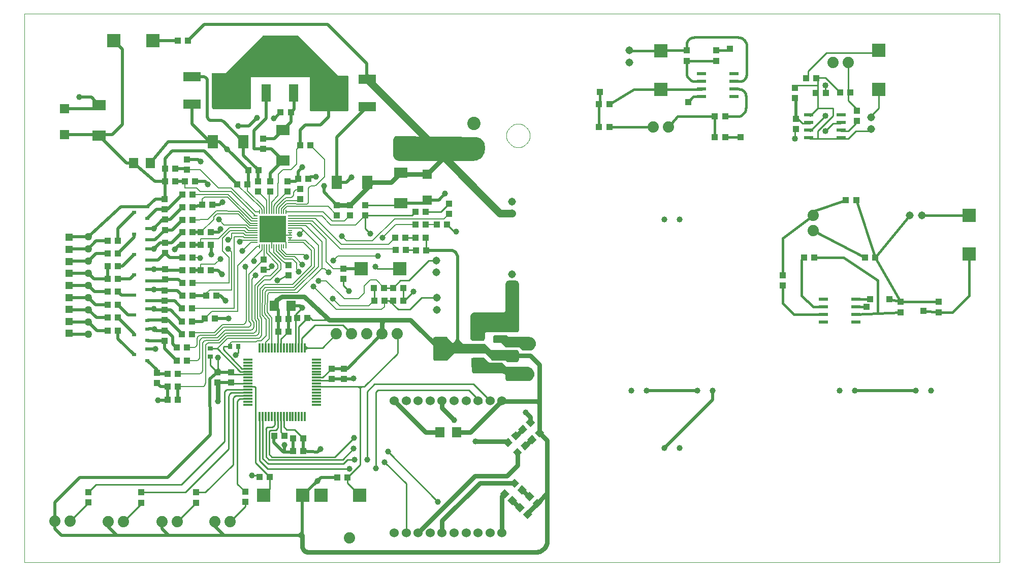
<source format=gtl>
G75*
G70*
%OFA0B0*%
%FSLAX24Y24*%
%IPPOS*%
%LPD*%
%AMOC8*
5,1,8,0,0,1.08239X$1,22.5*
%
%ADD10C,0.0000*%
%ADD11R,0.0256X0.0079*%
%ADD12R,0.0079X0.0256*%
%ADD13R,0.1732X0.1732*%
%ADD14R,0.0433X0.0433*%
%ADD15R,0.0256X0.0236*%
%ADD16R,0.0630X0.0709*%
%ADD17R,0.1181X0.0630*%
%ADD18R,0.2470X0.2280*%
%ADD19R,0.0630X0.1181*%
%ADD20R,0.2280X0.2470*%
%ADD21C,0.0515*%
%ADD22R,0.0515X0.0515*%
%ADD23C,0.0874*%
%ADD24R,0.0591X0.0118*%
%ADD25R,0.0118X0.0591*%
%ADD26R,0.0433X0.0394*%
%ADD27R,0.0886X0.0886*%
%ADD28C,0.0740*%
%ADD29R,0.0354X0.0276*%
%ADD30R,0.0276X0.0354*%
%ADD31R,0.0790X0.0590*%
%ADD32R,0.0790X0.1500*%
%ADD33R,0.0709X0.0630*%
%ADD34R,0.0394X0.0433*%
%ADD35C,0.0600*%
%ADD36R,0.0433X0.0433*%
%ADD37R,0.0906X0.0689*%
%ADD38R,0.0689X0.0906*%
%ADD39C,0.0500*%
%ADD40R,0.0642X0.0598*%
%ADD41C,0.0397*%
%ADD42R,0.0591X0.0217*%
%ADD43R,0.0610X0.0236*%
%ADD44C,0.0100*%
%ADD45C,0.0709*%
%ADD46C,0.0200*%
%ADD47C,0.0396*%
%ADD48C,0.0300*%
%ADD49C,0.0080*%
%ADD50C,0.0500*%
%ADD51C,0.0160*%
%ADD52R,0.0396X0.0396*%
%ADD53C,0.0400*%
D10*
X000101Y000101D02*
X064101Y000101D01*
X064101Y036101D01*
X000101Y036101D01*
X000101Y000101D01*
X031732Y028101D02*
X031734Y028156D01*
X031740Y028211D01*
X031750Y028265D01*
X031763Y028318D01*
X031781Y028370D01*
X031802Y028421D01*
X031826Y028470D01*
X031854Y028517D01*
X031886Y028562D01*
X031920Y028605D01*
X031958Y028645D01*
X031998Y028683D01*
X032041Y028717D01*
X032086Y028749D01*
X032133Y028777D01*
X032182Y028801D01*
X032233Y028822D01*
X032285Y028840D01*
X032338Y028853D01*
X032392Y028863D01*
X032447Y028869D01*
X032502Y028871D01*
X032557Y028869D01*
X032612Y028863D01*
X032666Y028853D01*
X032719Y028840D01*
X032771Y028822D01*
X032822Y028801D01*
X032871Y028777D01*
X032918Y028749D01*
X032963Y028717D01*
X033006Y028683D01*
X033046Y028645D01*
X033084Y028605D01*
X033118Y028562D01*
X033150Y028517D01*
X033178Y028470D01*
X033202Y028421D01*
X033223Y028370D01*
X033241Y028318D01*
X033254Y028265D01*
X033264Y028211D01*
X033270Y028156D01*
X033272Y028101D01*
X033270Y028046D01*
X033264Y027991D01*
X033254Y027937D01*
X033241Y027884D01*
X033223Y027832D01*
X033202Y027781D01*
X033178Y027732D01*
X033150Y027685D01*
X033118Y027640D01*
X033084Y027597D01*
X033046Y027557D01*
X033006Y027519D01*
X032963Y027485D01*
X032918Y027453D01*
X032871Y027425D01*
X032822Y027401D01*
X032771Y027380D01*
X032719Y027362D01*
X032666Y027349D01*
X032612Y027339D01*
X032557Y027333D01*
X032502Y027331D01*
X032447Y027333D01*
X032392Y027339D01*
X032338Y027349D01*
X032285Y027362D01*
X032233Y027380D01*
X032182Y027401D01*
X032133Y027425D01*
X032086Y027453D01*
X032041Y027485D01*
X031998Y027519D01*
X031958Y027557D01*
X031920Y027597D01*
X031886Y027640D01*
X031854Y027685D01*
X031826Y027732D01*
X031802Y027781D01*
X031781Y027832D01*
X031763Y027884D01*
X031750Y027937D01*
X031740Y027991D01*
X031734Y028046D01*
X031732Y028101D01*
D11*
X017533Y022822D03*
X017533Y022664D03*
X017533Y022507D03*
X017533Y022349D03*
X017533Y022192D03*
X017533Y022035D03*
X017533Y021877D03*
X017533Y021720D03*
X017533Y021562D03*
X017533Y021405D03*
X017533Y021247D03*
X017533Y021090D03*
X015269Y021090D03*
X015269Y021247D03*
X015269Y021405D03*
X015269Y021562D03*
X015269Y021720D03*
X015269Y021877D03*
X015269Y022035D03*
X015269Y022192D03*
X015269Y022349D03*
X015269Y022507D03*
X015269Y022664D03*
X015269Y022822D03*
D12*
X015535Y023088D03*
X015692Y023088D03*
X015850Y023088D03*
X016007Y023088D03*
X016165Y023088D03*
X016322Y023088D03*
X016480Y023088D03*
X016637Y023088D03*
X016794Y023088D03*
X016952Y023088D03*
X017109Y023088D03*
X017267Y023088D03*
X017267Y020824D03*
X017109Y020824D03*
X016952Y020824D03*
X016794Y020824D03*
X016637Y020824D03*
X016480Y020824D03*
X016322Y020824D03*
X016165Y020824D03*
X016007Y020824D03*
X015850Y020824D03*
X015692Y020824D03*
X015535Y020824D03*
D13*
X016401Y021956D03*
D14*
X015786Y019965D03*
X015786Y019296D03*
X017446Y019610D03*
X017446Y018941D03*
X021021Y018686D03*
X021021Y019355D03*
X023046Y018116D03*
X023715Y018116D03*
X024296Y018111D03*
X024965Y018111D03*
X024980Y017271D03*
X024311Y017271D03*
X023720Y017276D03*
X023051Y017276D03*
X018675Y016126D03*
X018006Y016126D03*
X017445Y016076D03*
X016776Y016076D03*
X016781Y015236D03*
X017450Y015236D03*
X020256Y012815D03*
X021081Y012815D03*
X021081Y012146D03*
X020256Y012146D03*
X013666Y011896D03*
X013666Y012565D03*
X012771Y012570D03*
X012771Y011901D03*
X010780Y013326D03*
X010111Y013326D03*
X010170Y012471D03*
X009501Y012471D03*
X008806Y012530D03*
X008806Y011861D03*
X009496Y011621D03*
X010165Y011621D03*
X010160Y010751D03*
X009491Y010751D03*
X010111Y014201D03*
X010780Y014201D03*
X011105Y015056D03*
X010436Y015056D03*
X010436Y015911D03*
X011105Y015911D03*
X011936Y016086D03*
X012605Y016086D03*
X011110Y016761D03*
X010441Y016761D03*
X010451Y017596D03*
X011120Y017596D03*
X012026Y017596D03*
X012695Y017596D03*
X011125Y018426D03*
X010456Y018426D03*
X009321Y018681D03*
X009321Y019350D03*
X010456Y019261D03*
X011125Y019261D03*
X011661Y019266D03*
X012330Y019266D03*
X011125Y020096D03*
X010456Y020096D03*
X010466Y020926D03*
X011135Y020926D03*
X011681Y020926D03*
X012350Y020926D03*
X012350Y021751D03*
X011681Y021751D03*
X011135Y021751D03*
X010466Y021751D03*
X010471Y022576D03*
X011140Y022576D03*
X011150Y023416D03*
X011751Y023561D03*
X012420Y023561D03*
X011150Y024241D03*
X010481Y024241D03*
X010481Y023416D03*
X009316Y023276D03*
X009316Y023945D03*
X009346Y025096D03*
X010015Y025096D03*
X010646Y025101D03*
X011315Y025101D03*
X010751Y025881D03*
X009995Y025936D03*
X009326Y025936D03*
X010751Y026550D03*
X014081Y024911D03*
X014750Y024911D03*
X015431Y025100D03*
X016236Y025100D03*
X016236Y024431D03*
X015431Y024431D03*
X017366Y024431D03*
X018186Y024615D03*
X018186Y023946D03*
X018061Y025276D03*
X018730Y025276D03*
X017366Y025100D03*
X015470Y025821D03*
X014801Y025821D03*
X015771Y027246D03*
X015771Y027915D03*
X016916Y029636D03*
X017585Y029636D03*
X018201Y027456D03*
X018870Y027456D03*
X020616Y023545D03*
X021481Y023550D03*
X022451Y023525D03*
X022451Y022856D03*
X021481Y022881D03*
X020616Y022876D03*
X024441Y021416D03*
X025110Y021416D03*
X025781Y021416D03*
X026450Y021416D03*
X026450Y022261D03*
X025781Y022261D03*
X025766Y023096D03*
X026435Y023096D03*
X027166Y022256D03*
X027835Y022256D03*
X027966Y022951D03*
X027966Y023620D03*
X026460Y020576D03*
X025791Y020576D03*
X025120Y020606D03*
X024451Y020606D03*
X037816Y028651D03*
X038485Y028651D03*
X038485Y030151D03*
X037816Y030151D03*
X043551Y033016D03*
X043551Y033685D03*
X045501Y033685D03*
X045501Y033016D03*
X050669Y031250D03*
X050669Y030580D03*
X052019Y030893D03*
X052688Y030893D03*
X053620Y030947D03*
X054289Y030947D03*
X054745Y029728D03*
X054745Y029059D03*
X050725Y029190D03*
X050725Y028521D03*
X046085Y028001D03*
X045416Y028001D03*
X045416Y029351D03*
X046085Y029351D03*
X051397Y031884D03*
X052066Y031884D03*
X054016Y023851D03*
X054685Y023851D03*
X055266Y020101D03*
X055935Y020101D03*
X051935Y020101D03*
X051266Y020101D03*
X049851Y018935D03*
X049851Y018266D03*
X057601Y017185D03*
X057601Y016516D03*
X060101Y016516D03*
X060101Y017185D03*
X021315Y005676D03*
X020646Y005676D03*
X018390Y007401D03*
X017721Y007401D03*
X017721Y008236D03*
X018390Y008236D03*
X016205Y005716D03*
X015536Y005716D03*
X014591Y004720D03*
X014591Y004051D03*
X011351Y004016D03*
X011351Y004685D03*
X007751Y004685D03*
X007751Y004016D03*
X004306Y004036D03*
X004306Y004705D03*
X009291Y014641D03*
X009291Y015310D03*
X009291Y015991D03*
X009291Y016660D03*
X009291Y017251D03*
X009291Y017920D03*
X006230Y017856D03*
X005561Y017856D03*
X005561Y018711D03*
X006230Y018711D03*
X006230Y019546D03*
X005561Y019546D03*
X005561Y020376D03*
X006230Y020376D03*
X006230Y021206D03*
X005561Y021206D03*
X009336Y021065D03*
X009336Y020396D03*
X009326Y021916D03*
X009326Y022585D03*
X006230Y017011D03*
X005561Y017011D03*
X005561Y016151D03*
X006230Y016151D03*
X006230Y015296D03*
X005561Y015296D03*
X010156Y034326D03*
X010825Y034326D03*
D15*
X008179Y023430D03*
X007293Y023056D03*
X008179Y022682D03*
X008179Y022005D03*
X007293Y021631D03*
X008179Y021257D03*
X008179Y020675D03*
X007293Y020301D03*
X008179Y019927D03*
X008179Y019330D03*
X007293Y018956D03*
X008179Y018582D03*
X008179Y018005D03*
X007293Y017631D03*
X008179Y017257D03*
X008179Y016720D03*
X007293Y016346D03*
X008179Y015972D03*
X008179Y015410D03*
X007293Y015036D03*
X008179Y014662D03*
X008179Y014095D03*
X007293Y013721D03*
X008179Y013347D03*
D16*
X016500Y016921D03*
X017602Y016921D03*
X027375Y008631D03*
X028477Y008631D03*
X008357Y026301D03*
X007255Y026301D03*
D17*
X011106Y030156D03*
X011106Y031956D03*
X022606Y031791D03*
X022606Y029991D03*
D18*
X020071Y030891D03*
X013641Y031056D03*
D19*
X015971Y030896D03*
X017771Y030896D03*
D20*
X016871Y033431D03*
D21*
X032111Y023784D03*
X032111Y022997D03*
X027126Y019909D03*
X027126Y019122D03*
X027156Y017464D03*
X027156Y016677D03*
X032101Y018207D03*
X032101Y018994D03*
X055669Y028521D03*
X055669Y029309D03*
X058207Y022851D03*
X058994Y022851D03*
X039801Y032907D03*
X039801Y033694D03*
D22*
X003026Y021420D03*
X003026Y020633D03*
X003026Y019846D03*
X003026Y019058D03*
X003026Y018271D03*
X003026Y017483D03*
X003026Y016696D03*
X003026Y015909D03*
X003026Y015121D03*
D23*
X029613Y027286D03*
X029613Y028916D03*
D24*
X019270Y013402D03*
X019270Y013205D03*
X019270Y013008D03*
X019270Y012812D03*
X019270Y012615D03*
X019270Y012418D03*
X019270Y012221D03*
X019270Y012024D03*
X019270Y011827D03*
X019270Y011631D03*
X019270Y011434D03*
X019270Y011237D03*
X019270Y011040D03*
X019270Y010843D03*
X019270Y010646D03*
X019270Y010449D03*
X014782Y010449D03*
X014782Y010646D03*
X014782Y010843D03*
X014782Y011040D03*
X014782Y011237D03*
X014782Y011434D03*
X014782Y011631D03*
X014782Y011827D03*
X014782Y012024D03*
X014782Y012221D03*
X014782Y012418D03*
X014782Y012615D03*
X014782Y012812D03*
X014782Y013008D03*
X014782Y013205D03*
X014782Y013402D03*
D25*
X015549Y014170D03*
X015746Y014170D03*
X015943Y014170D03*
X016140Y014170D03*
X016337Y014170D03*
X016534Y014170D03*
X016731Y014170D03*
X016927Y014170D03*
X017124Y014170D03*
X017321Y014170D03*
X017518Y014170D03*
X017715Y014170D03*
X017912Y014170D03*
X018108Y014170D03*
X018305Y014170D03*
X018502Y014170D03*
X018502Y009682D03*
X018305Y009682D03*
X018108Y009682D03*
X017912Y009682D03*
X017715Y009682D03*
X017518Y009682D03*
X017321Y009682D03*
X017124Y009682D03*
X016927Y009682D03*
X016731Y009682D03*
X016534Y009682D03*
X016337Y009682D03*
X016140Y009682D03*
X015943Y009682D03*
X015746Y009682D03*
X015549Y009682D03*
D26*
X016511Y008406D03*
X017180Y008406D03*
D27*
X018370Y004491D03*
X019551Y004491D03*
X022110Y004491D03*
X015811Y004491D03*
X022186Y019371D03*
X024745Y019371D03*
X041851Y031121D03*
X041851Y033680D03*
X056169Y033694D03*
X056169Y031135D03*
X062101Y022880D03*
X062101Y020321D03*
X008525Y034331D03*
X005966Y034331D03*
D28*
X020576Y015086D03*
X021576Y015086D03*
X022576Y015086D03*
X023576Y015086D03*
X024576Y015086D03*
X013611Y002781D03*
X012611Y002781D03*
X010131Y002776D03*
X009131Y002776D03*
X006611Y002781D03*
X005611Y002781D03*
X003111Y002796D03*
X002111Y002796D03*
X021436Y001701D03*
X051851Y021851D03*
X051851Y022851D03*
X042351Y028651D03*
X041351Y028651D03*
X053169Y032915D03*
X054169Y032915D03*
D29*
X012306Y014127D03*
X012306Y013615D03*
D30*
X013610Y014251D03*
X014122Y014251D03*
D31*
X029841Y014111D03*
X029841Y013211D03*
X029841Y015011D03*
D32*
X027361Y014101D03*
D33*
X032101Y014550D03*
X032101Y013652D03*
X032101Y012550D03*
X032101Y015652D03*
D34*
X031101Y015435D03*
X031101Y014766D03*
X031101Y013585D03*
X031101Y012916D03*
D35*
X031450Y010696D03*
X030662Y010696D03*
X029875Y010696D03*
X029088Y010696D03*
X028300Y010696D03*
X027513Y010696D03*
X026725Y010696D03*
X025938Y010696D03*
X025151Y010696D03*
X024363Y010696D03*
X024363Y002035D03*
X025151Y002035D03*
X025938Y002035D03*
X026725Y002035D03*
X027513Y002035D03*
X028300Y002035D03*
X029088Y002035D03*
X029875Y002035D03*
X030662Y002035D03*
X031450Y002035D03*
D36*
G36*
X033104Y003542D02*
X033424Y003252D01*
X033134Y002932D01*
X032814Y003222D01*
X033104Y003542D01*
G37*
G36*
X032607Y003990D02*
X032927Y003700D01*
X032637Y003380D01*
X032317Y003670D01*
X032607Y003990D01*
G37*
G36*
X032129Y003847D02*
X031809Y004137D01*
X032099Y004457D01*
X032419Y004167D01*
X032129Y003847D01*
G37*
G36*
X031632Y004295D02*
X031312Y004585D01*
X031602Y004905D01*
X031922Y004615D01*
X031632Y004295D01*
G37*
G36*
X032779Y004542D02*
X032459Y004832D01*
X032749Y005152D01*
X033069Y004862D01*
X032779Y004542D01*
G37*
G36*
X033242Y004725D02*
X033562Y004435D01*
X033272Y004115D01*
X032952Y004405D01*
X033242Y004725D01*
G37*
G36*
X032282Y004990D02*
X031962Y005280D01*
X032252Y005600D01*
X032572Y005310D01*
X032282Y004990D01*
G37*
G36*
X033739Y004277D02*
X034059Y003987D01*
X033769Y003667D01*
X033449Y003957D01*
X033739Y004277D01*
G37*
G36*
X032767Y007292D02*
X032447Y007002D01*
X032157Y007322D01*
X032477Y007612D01*
X032767Y007292D01*
G37*
G36*
X033264Y007740D02*
X032944Y007450D01*
X032654Y007770D01*
X032974Y008060D01*
X033264Y007740D01*
G37*
G36*
X033107Y008167D02*
X033427Y008457D01*
X033717Y008137D01*
X033397Y007847D01*
X033107Y008167D01*
G37*
G36*
X032034Y008425D02*
X032354Y008715D01*
X032644Y008395D01*
X032324Y008105D01*
X032034Y008425D01*
G37*
G36*
X031537Y007977D02*
X031857Y008267D01*
X032147Y007947D01*
X031827Y007657D01*
X031537Y007977D01*
G37*
G36*
X033112Y008812D02*
X032792Y008522D01*
X032502Y008842D01*
X032822Y009132D01*
X033112Y008812D01*
G37*
G36*
X033609Y009260D02*
X033289Y008970D01*
X032999Y009290D01*
X033319Y009580D01*
X033609Y009260D01*
G37*
G36*
X033604Y008615D02*
X033924Y008905D01*
X034214Y008585D01*
X033894Y008295D01*
X033604Y008615D01*
G37*
D37*
X024791Y023656D03*
X024791Y025656D03*
X017071Y026471D03*
X017071Y028471D03*
X005011Y028101D03*
X005011Y030101D03*
D38*
X012476Y027706D03*
X014476Y027706D03*
X020601Y025026D03*
X022601Y025026D03*
D39*
X004291Y021481D03*
X004291Y020681D03*
X004291Y019881D03*
X004291Y019081D03*
X004291Y018281D03*
X004291Y017481D03*
X004291Y016681D03*
X004291Y015881D03*
X004291Y015081D03*
D40*
X026526Y023879D03*
X026526Y025572D03*
X002746Y028159D03*
X002746Y029852D03*
D41*
X039936Y011351D03*
X040936Y011351D03*
X044266Y011351D03*
X045266Y011351D03*
X043101Y007601D03*
X042101Y007601D03*
X053601Y011351D03*
X054601Y011351D03*
X058601Y011351D03*
X059601Y011351D03*
X043101Y022601D03*
X042101Y022601D03*
D42*
X044538Y030651D03*
X044538Y031151D03*
X044538Y031651D03*
X044538Y032151D03*
X046664Y032151D03*
X046664Y031651D03*
X046664Y031151D03*
X046664Y030651D03*
D43*
X051584Y029483D03*
X051584Y028983D03*
X051584Y028483D03*
X051584Y027983D03*
X053710Y027983D03*
X053710Y028483D03*
X053710Y028983D03*
X053710Y029483D03*
X054664Y017351D03*
X054664Y016851D03*
X054664Y016351D03*
X054664Y015851D03*
X052538Y015851D03*
X052538Y016351D03*
X052538Y016851D03*
X052538Y017351D03*
D44*
X033595Y014520D02*
X033601Y014451D01*
X033595Y014381D01*
X033577Y014314D01*
X033547Y014251D01*
X033507Y014194D01*
X033458Y014144D01*
X033401Y014104D01*
X033338Y014075D01*
X033270Y014057D01*
X033201Y014051D01*
X032801Y014051D01*
X032601Y014251D01*
X031701Y014251D01*
X031401Y014551D01*
X030951Y014551D01*
X030935Y014553D01*
X030921Y014560D01*
X030910Y014571D01*
X030903Y014585D01*
X030901Y014601D01*
X030901Y014901D01*
X030903Y014916D01*
X030910Y014930D01*
X030921Y014941D01*
X030935Y014948D01*
X030951Y014951D01*
X031701Y014951D01*
X031801Y014851D01*
X033201Y014851D01*
X033270Y014845D01*
X033338Y014827D01*
X033401Y014797D01*
X033458Y014757D01*
X033507Y014708D01*
X033547Y014651D01*
X033577Y014588D01*
X033595Y014520D01*
X033598Y014488D02*
X031463Y014488D01*
X031562Y014390D02*
X033595Y014390D01*
X033566Y014291D02*
X031661Y014291D01*
X032351Y014001D02*
X032384Y013997D01*
X032416Y013986D01*
X032444Y013968D01*
X032468Y013944D01*
X032486Y013916D01*
X032497Y013884D01*
X032501Y013851D01*
X032501Y013451D01*
X032497Y013417D01*
X032486Y013386D01*
X032468Y013357D01*
X032444Y013334D01*
X032416Y013316D01*
X032384Y013305D01*
X032351Y013301D01*
X031801Y013301D01*
X031701Y013401D01*
X030801Y013401D01*
X030351Y013851D01*
X028251Y013851D01*
X027801Y013401D01*
X027051Y013401D01*
X027025Y013404D01*
X027001Y013414D01*
X026980Y013430D01*
X026964Y013451D01*
X026954Y013475D01*
X026951Y013501D01*
X026951Y014751D01*
X026954Y014777D01*
X026964Y014801D01*
X026980Y014821D01*
X027001Y014837D01*
X027025Y014847D01*
X027051Y014851D01*
X027751Y014851D01*
X028201Y014401D01*
X030251Y014401D01*
X030651Y014001D01*
X032351Y014001D01*
X032389Y013995D02*
X026951Y013995D01*
X026951Y013897D02*
X032493Y013897D01*
X032501Y013798D02*
X030403Y013798D01*
X030502Y013700D02*
X032501Y013700D01*
X032501Y013601D02*
X030600Y013601D01*
X030699Y013503D02*
X032501Y013503D01*
X032492Y013404D02*
X030797Y013404D01*
X030551Y013151D02*
X030201Y013501D01*
X029601Y013501D01*
X029575Y013497D01*
X029551Y013487D01*
X029530Y013471D01*
X029514Y013451D01*
X029504Y013427D01*
X029501Y013401D01*
X029501Y012701D01*
X029505Y012667D01*
X029516Y012636D01*
X029534Y012607D01*
X029557Y012584D01*
X029586Y012566D01*
X029617Y012555D01*
X029651Y012551D01*
X031501Y012551D01*
X031545Y012546D01*
X031588Y012531D01*
X031625Y012507D01*
X031657Y012475D01*
X031681Y012438D01*
X031696Y012395D01*
X031701Y012351D01*
X031701Y012201D01*
X031705Y012167D01*
X031716Y012136D01*
X031734Y012107D01*
X031757Y012084D01*
X031786Y012066D01*
X031817Y012055D01*
X031851Y012051D01*
X033101Y012051D01*
X033170Y012057D01*
X033238Y012075D01*
X033301Y012104D01*
X033358Y012144D01*
X033407Y012194D01*
X033447Y012251D01*
X033477Y012314D01*
X033495Y012381D01*
X033501Y012451D01*
X033494Y012529D01*
X033474Y012605D01*
X033441Y012676D01*
X033396Y012740D01*
X033340Y012796D01*
X033276Y012841D01*
X033205Y012874D01*
X033129Y012894D01*
X033051Y012901D01*
X031651Y012901D01*
X031401Y013151D01*
X030551Y013151D01*
X030495Y013207D02*
X029501Y013207D01*
X029501Y013109D02*
X031443Y013109D01*
X031542Y013010D02*
X029501Y013010D01*
X029501Y012911D02*
X031640Y012911D01*
X031609Y012517D02*
X033495Y012517D01*
X033498Y012419D02*
X031688Y012419D01*
X031701Y012320D02*
X033478Y012320D01*
X033427Y012222D02*
X031701Y012222D01*
X031724Y012123D02*
X033328Y012123D01*
X033468Y012616D02*
X029528Y012616D01*
X029501Y012714D02*
X033414Y012714D01*
X033315Y012813D02*
X029501Y012813D01*
X029501Y013306D02*
X030396Y013306D01*
X030297Y013404D02*
X029501Y013404D01*
X028876Y014146D02*
X028756Y014146D01*
X028743Y014148D01*
X028731Y014153D01*
X028721Y014161D01*
X028713Y014171D01*
X028708Y014183D01*
X028706Y014196D01*
X028876Y014146D02*
X028901Y014148D01*
X028925Y014153D01*
X028949Y014162D01*
X028971Y014174D01*
X028991Y014189D01*
X029008Y014206D01*
X029023Y014226D01*
X029035Y014248D01*
X029044Y014272D01*
X029049Y014296D01*
X029051Y014321D01*
X029457Y014734D02*
X029434Y014757D01*
X029416Y014786D01*
X029405Y014817D01*
X029401Y014851D01*
X029401Y016251D01*
X029410Y016294D01*
X029427Y016335D01*
X029453Y016372D01*
X029484Y016403D01*
X029522Y016427D01*
X029563Y016443D01*
X029606Y016451D01*
X029651Y016451D01*
X031501Y016451D01*
X031545Y016456D01*
X031588Y016471D01*
X031625Y016494D01*
X031657Y016526D01*
X031681Y016564D01*
X031696Y016606D01*
X031701Y016651D01*
X031701Y018351D01*
X031706Y018395D01*
X031721Y018438D01*
X031744Y018475D01*
X031776Y018507D01*
X031814Y018531D01*
X031856Y018546D01*
X031901Y018551D01*
X032301Y018551D01*
X032345Y018546D01*
X032388Y018531D01*
X032425Y018507D01*
X032457Y018475D01*
X032481Y018438D01*
X032496Y018395D01*
X032501Y018351D01*
X032501Y015401D01*
X032497Y015367D01*
X032486Y015336D01*
X032468Y015307D01*
X032444Y015284D01*
X032416Y015266D01*
X032384Y015255D01*
X032351Y015251D01*
X030351Y015251D01*
X030325Y015247D01*
X030301Y015237D01*
X030280Y015221D01*
X030264Y015201D01*
X030254Y015177D01*
X030251Y015151D01*
X030251Y014801D01*
X030247Y014775D01*
X030237Y014751D01*
X030221Y014730D01*
X030201Y014714D01*
X030177Y014704D01*
X030151Y014701D01*
X029551Y014701D01*
X029517Y014705D01*
X029486Y014716D01*
X029457Y014734D01*
X029417Y014784D02*
X030249Y014784D01*
X030251Y014882D02*
X029401Y014882D01*
X029401Y014981D02*
X030251Y014981D01*
X030251Y015079D02*
X029401Y015079D01*
X029401Y015178D02*
X030255Y015178D01*
X030901Y014882D02*
X031769Y014882D01*
X032433Y015276D02*
X029401Y015276D01*
X029401Y015375D02*
X032498Y015375D01*
X032501Y015474D02*
X029401Y015474D01*
X029401Y015572D02*
X032501Y015572D01*
X032501Y015671D02*
X029401Y015671D01*
X029401Y015769D02*
X032501Y015769D01*
X032501Y015868D02*
X029401Y015868D01*
X029401Y015966D02*
X032501Y015966D01*
X032501Y016065D02*
X029401Y016065D01*
X029401Y016163D02*
X032501Y016163D01*
X032501Y016262D02*
X029403Y016262D01*
X029445Y016360D02*
X032501Y016360D01*
X032501Y016459D02*
X031554Y016459D01*
X031677Y016558D02*
X032501Y016558D01*
X032501Y016656D02*
X031701Y016656D01*
X031701Y016755D02*
X032501Y016755D01*
X032501Y016853D02*
X031701Y016853D01*
X031701Y016952D02*
X032501Y016952D01*
X032501Y017050D02*
X031701Y017050D01*
X031701Y017149D02*
X032501Y017149D01*
X032501Y017247D02*
X031701Y017247D01*
X031701Y017346D02*
X032501Y017346D01*
X032501Y017444D02*
X031701Y017444D01*
X031701Y017543D02*
X032501Y017543D01*
X032501Y017641D02*
X031701Y017641D01*
X031701Y017740D02*
X032501Y017740D01*
X032501Y017839D02*
X031701Y017839D01*
X031701Y017937D02*
X032501Y017937D01*
X032501Y018036D02*
X031701Y018036D01*
X031701Y018134D02*
X032501Y018134D01*
X032501Y018233D02*
X031701Y018233D01*
X031701Y018331D02*
X032501Y018331D01*
X032484Y018430D02*
X031718Y018430D01*
X031810Y018528D02*
X032392Y018528D01*
X027156Y017464D02*
X026159Y017464D01*
X025391Y016696D01*
X024626Y016696D01*
X024046Y017276D01*
X024306Y017276D01*
X024311Y017271D01*
X024046Y017276D02*
X023720Y017276D01*
X023051Y017276D02*
X023051Y018111D01*
X023046Y018116D01*
X023715Y018116D02*
X024291Y018116D01*
X024296Y018111D01*
X024776Y018591D01*
X025321Y018591D01*
X026639Y019909D01*
X027126Y019909D01*
X026460Y020576D02*
X026460Y021406D01*
X026450Y021416D01*
X025781Y021416D02*
X025110Y021416D01*
X025120Y020606D02*
X025761Y020606D01*
X025791Y020576D01*
X024745Y019371D02*
X023261Y019371D01*
X023141Y019491D01*
X024965Y018111D02*
X024980Y018096D01*
X024980Y017271D01*
X025041Y017271D01*
X025621Y017851D01*
X021386Y017916D02*
X021021Y018281D01*
X021021Y018686D01*
X018346Y016806D02*
X017912Y016372D01*
X017912Y016031D01*
X018006Y016126D01*
X017912Y016031D02*
X017912Y014170D01*
X018108Y014170D02*
X018108Y015559D01*
X018109Y015559D01*
X018696Y016146D01*
X018761Y016146D01*
X018761Y016241D01*
X018986Y016016D01*
X020091Y016016D01*
X019923Y016183D02*
X019921Y016159D01*
X019916Y016136D01*
X019908Y016114D01*
X019896Y016093D01*
X019882Y016074D01*
X019865Y016057D01*
X019846Y016043D01*
X019825Y016031D01*
X019803Y016023D01*
X019780Y016018D01*
X019756Y016016D01*
X019181Y015676D02*
X018305Y014800D01*
X018305Y014170D01*
X018501Y014171D02*
X018501Y014371D01*
X018502Y014374D01*
X018504Y014375D01*
X018506Y014376D01*
X018501Y014171D02*
X018501Y014171D01*
X018501Y014170D01*
X018502Y014170D01*
X018501Y014171D02*
X018501Y013961D01*
X018503Y013988D01*
X018508Y014015D01*
X018517Y014041D01*
X018529Y014066D01*
X018544Y014088D01*
X018562Y014109D01*
X018583Y014127D01*
X018605Y014142D01*
X018630Y014154D01*
X018656Y014163D01*
X018683Y014168D01*
X018710Y014170D01*
X019660Y014170D01*
X020576Y015086D01*
X020986Y015676D02*
X021576Y015086D01*
X020986Y015676D02*
X019181Y015676D01*
X018696Y016146D02*
X018706Y016156D01*
X018675Y016126D02*
X018108Y015559D01*
X017450Y015236D02*
X016927Y014783D01*
X016927Y014170D01*
X016731Y014170D02*
X016731Y015471D01*
X016796Y015536D01*
X016731Y015255D02*
X016781Y015236D01*
X016731Y015255D02*
X016731Y014170D01*
X018506Y014376D02*
X018508Y014349D01*
X018513Y014323D01*
X018522Y014297D01*
X018534Y014273D01*
X018549Y014251D01*
X018566Y014230D01*
X018587Y014213D01*
X018609Y014198D01*
X018633Y014186D01*
X018659Y014177D01*
X018685Y014172D01*
X018712Y014170D01*
X020256Y012815D02*
X019661Y012221D01*
X019270Y012221D01*
X019270Y012024D02*
X020134Y012024D01*
X020256Y012146D01*
X020269Y012024D01*
X020921Y011631D02*
X020924Y011630D01*
X020925Y011628D01*
X020926Y011626D01*
X020926Y011631D01*
X021971Y011631D01*
X022286Y011631D01*
X022369Y011631D01*
X022440Y011660D02*
X024561Y013781D01*
X024591Y013852D02*
X024591Y015071D01*
X024590Y015077D01*
X024587Y015082D01*
X024582Y015085D01*
X024576Y015086D01*
X024591Y013852D02*
X024590Y013836D01*
X024586Y013821D01*
X024580Y013807D01*
X024572Y013793D01*
X024562Y013781D01*
X026951Y013798D02*
X028198Y013798D01*
X028100Y013700D02*
X026951Y013700D01*
X026951Y013601D02*
X028001Y013601D01*
X027903Y013503D02*
X026951Y013503D01*
X027026Y013404D02*
X027804Y013404D01*
X026951Y014094D02*
X030558Y014094D01*
X030459Y014192D02*
X026951Y014192D01*
X026951Y014291D02*
X030361Y014291D01*
X030262Y014390D02*
X026951Y014390D01*
X026951Y014488D02*
X028113Y014488D01*
X028015Y014587D02*
X026951Y014587D01*
X026951Y014685D02*
X027916Y014685D01*
X027818Y014784D02*
X026957Y014784D01*
X030901Y014784D02*
X033420Y014784D01*
X033523Y014685D02*
X030901Y014685D01*
X030903Y014587D02*
X033577Y014587D01*
X033506Y014192D02*
X032659Y014192D01*
X032758Y014094D02*
X033378Y014094D01*
X032387Y013306D02*
X031796Y013306D01*
X029573Y011786D02*
X030662Y010696D01*
X030061Y010611D02*
X029271Y011401D01*
X023291Y011401D01*
X023166Y011276D01*
X023166Y006261D01*
X023741Y006671D02*
X025151Y005261D01*
X025151Y002035D01*
X027246Y004061D02*
X023956Y007351D01*
X023956Y007376D01*
X022606Y006841D02*
X022606Y011316D01*
X023076Y011786D01*
X029573Y011786D01*
X022440Y011660D02*
X022428Y011650D01*
X022414Y011642D01*
X022400Y011636D01*
X022385Y011632D01*
X022369Y011631D01*
X022286Y011631D02*
X022264Y011629D01*
X022242Y011625D01*
X022222Y011617D01*
X022202Y011606D01*
X022184Y011593D01*
X022169Y011578D01*
X022156Y011560D01*
X022145Y011540D01*
X022137Y011520D01*
X022133Y011498D01*
X022131Y011476D01*
X022131Y011470D02*
X022131Y006491D01*
X021315Y005676D01*
X021315Y005286D01*
X022110Y004491D01*
X021421Y006241D02*
X016081Y006241D01*
X015549Y006772D01*
X015549Y009682D01*
X015746Y009682D02*
X015746Y006915D01*
X016096Y006566D01*
X021026Y006566D01*
X021301Y006841D01*
X021761Y006841D01*
X021711Y007561D02*
X020986Y006836D01*
X016136Y006836D01*
X015951Y007021D01*
X015951Y008821D01*
X015949Y008842D01*
X015951Y008863D01*
X015957Y008884D01*
X015966Y008903D01*
X015978Y008920D01*
X015993Y008935D01*
X016011Y008947D01*
X016030Y008956D01*
X016051Y008961D01*
X016284Y008961D01*
X016481Y008751D02*
X016511Y008753D01*
X016541Y008758D01*
X016570Y008767D01*
X016597Y008780D01*
X016623Y008795D01*
X016647Y008814D01*
X016668Y008835D01*
X016687Y008859D01*
X016702Y008885D01*
X016715Y008912D01*
X016724Y008941D01*
X016729Y008971D01*
X016731Y009001D01*
X016731Y009682D01*
X016927Y009682D02*
X016927Y008659D01*
X017180Y008406D01*
X017306Y008806D02*
X017820Y008806D01*
X018390Y008236D01*
X018390Y008196D01*
X017306Y008806D02*
X017124Y008987D01*
X017124Y009682D01*
X016534Y009682D02*
X016534Y009211D01*
X016532Y009181D01*
X016527Y009151D01*
X016518Y009122D01*
X016505Y009095D01*
X016490Y009069D01*
X016471Y009045D01*
X016450Y009024D01*
X016426Y009005D01*
X016400Y008990D01*
X016373Y008977D01*
X016344Y008968D01*
X016314Y008963D01*
X016284Y008961D01*
X016251Y008751D02*
X016481Y008751D01*
X016251Y008751D02*
X016234Y008749D01*
X016217Y008745D01*
X016201Y008738D01*
X016187Y008728D01*
X016174Y008715D01*
X016164Y008701D01*
X016157Y008685D01*
X016153Y008668D01*
X016151Y008651D01*
X016151Y007186D01*
X016321Y007016D01*
X020461Y007016D01*
X021721Y008276D01*
X016205Y005716D02*
X015281Y006640D01*
X015281Y011526D01*
X015279Y011544D01*
X015275Y011562D01*
X015267Y011578D01*
X015256Y011593D01*
X015243Y011606D01*
X015229Y011617D01*
X015212Y011625D01*
X015194Y011629D01*
X015176Y011631D01*
X014782Y011631D01*
X014782Y011827D02*
X013735Y011827D01*
X013666Y011896D01*
X013471Y011434D02*
X014782Y011434D01*
X014782Y011237D02*
X013761Y011237D01*
X013731Y011235D01*
X013701Y011230D01*
X013672Y011221D01*
X013645Y011208D01*
X013619Y011193D01*
X013595Y011174D01*
X013574Y011153D01*
X013555Y011129D01*
X013540Y011103D01*
X013527Y011076D01*
X013518Y011047D01*
X013513Y011017D01*
X013511Y010987D01*
X013511Y007541D01*
X010655Y004685D01*
X007751Y004685D01*
X007751Y004016D02*
X007751Y003921D01*
X006611Y002781D01*
X004306Y003991D02*
X003111Y002796D01*
X004306Y003991D02*
X004306Y004036D01*
X004306Y004705D02*
X004811Y005211D01*
X010396Y005211D01*
X013221Y008036D01*
X013221Y011184D01*
X013223Y011214D01*
X013228Y011244D01*
X013237Y011273D01*
X013250Y011300D01*
X013265Y011326D01*
X013284Y011350D01*
X013305Y011371D01*
X013329Y011390D01*
X013355Y011405D01*
X013382Y011418D01*
X013411Y011427D01*
X013441Y011432D01*
X013471Y011434D01*
X014046Y011040D02*
X014782Y011040D01*
X014782Y010843D02*
X014321Y010843D01*
X014291Y010841D01*
X014261Y010836D01*
X014232Y010827D01*
X014205Y010814D01*
X014179Y010799D01*
X014155Y010780D01*
X014134Y010759D01*
X014115Y010735D01*
X014100Y010709D01*
X014087Y010682D01*
X014078Y010653D01*
X014073Y010623D01*
X014071Y010593D01*
X014071Y005240D01*
X014591Y004720D01*
X014591Y004051D02*
X014591Y003761D01*
X013611Y002781D01*
X011351Y003996D02*
X010131Y002776D01*
X011351Y003996D02*
X011351Y004016D01*
X011351Y004685D02*
X011970Y004685D01*
X013796Y006511D01*
X013796Y010790D01*
X013798Y010820D01*
X013803Y010850D01*
X013812Y010879D01*
X013825Y010906D01*
X013840Y010932D01*
X013859Y010956D01*
X013880Y010977D01*
X013904Y010996D01*
X013930Y011011D01*
X013957Y011024D01*
X013986Y011033D01*
X014016Y011038D01*
X014046Y011040D01*
X013813Y012418D02*
X013666Y012565D01*
X013551Y012576D02*
X013151Y012576D01*
X012776Y012576D01*
X012766Y012566D01*
X012771Y012570D02*
X012811Y012610D01*
X012771Y012570D02*
X012633Y012708D01*
X012306Y013035D01*
X012306Y013615D01*
X012811Y013531D02*
X012811Y012916D01*
X012811Y012886D02*
X012809Y012861D01*
X012804Y012836D01*
X012795Y012812D01*
X012783Y012790D01*
X012768Y012769D01*
X012750Y012751D01*
X012729Y012736D01*
X012707Y012724D01*
X012683Y012715D01*
X012658Y012710D01*
X012633Y012708D01*
X012811Y012916D02*
X012813Y012880D01*
X012818Y012845D01*
X012828Y012811D01*
X012840Y012778D01*
X012857Y012746D01*
X012876Y012716D01*
X012898Y012688D01*
X012923Y012663D01*
X012951Y012641D01*
X012981Y012622D01*
X013013Y012605D01*
X013046Y012593D01*
X013080Y012583D01*
X013115Y012578D01*
X013151Y012576D01*
X013551Y012576D02*
X013709Y012418D01*
X014782Y012418D01*
X013813Y012418D01*
X014272Y012615D02*
X012760Y014127D01*
X012306Y014127D01*
X013166Y014076D02*
X013166Y014246D01*
X013191Y014251D01*
X013610Y014251D01*
X013166Y014076D02*
X014370Y012812D01*
X014782Y012812D01*
X014782Y012615D02*
X014272Y012615D01*
X013976Y013691D02*
X014122Y013837D01*
X014122Y014251D01*
X019270Y011631D02*
X020926Y011631D01*
X021971Y011630D02*
X021994Y011628D01*
X022016Y011624D01*
X022037Y011616D01*
X022058Y011605D01*
X022076Y011591D01*
X022092Y011575D01*
X022106Y011557D01*
X022117Y011536D01*
X022125Y011515D01*
X022129Y011493D01*
X022131Y011470D01*
X015536Y005716D02*
X015441Y005811D01*
X015026Y005811D01*
X016205Y005716D02*
X016205Y004885D01*
X015811Y004491D01*
X016706Y018611D02*
X017406Y018971D01*
X017446Y018941D01*
X016321Y019521D02*
X016180Y019341D01*
X015786Y019296D01*
X016401Y021951D02*
X016401Y021956D01*
X022451Y022006D02*
X022451Y022856D01*
X025526Y022856D01*
X025766Y023096D01*
X026435Y023096D02*
X027441Y023096D01*
X027966Y023620D01*
X027835Y022256D02*
X028300Y021791D01*
X028431Y021791D01*
X024791Y023656D02*
X024660Y023525D01*
X022451Y023525D01*
X022451Y022006D02*
X022786Y021671D01*
X024551Y026542D02*
X024492Y026573D01*
X024440Y026615D01*
X024398Y026667D01*
X024367Y026726D01*
X024347Y026789D01*
X024341Y026856D01*
X024341Y027806D01*
X024345Y027851D01*
X024358Y027894D01*
X024380Y027934D01*
X024408Y027968D01*
X024443Y027997D01*
X024483Y028018D01*
X024526Y028031D01*
X024571Y028036D01*
X029471Y027981D01*
X029671Y027981D01*
X029772Y027972D01*
X029871Y027946D01*
X029963Y027902D01*
X030047Y027844D01*
X030119Y027772D01*
X030177Y027688D01*
X030221Y027596D01*
X030247Y027497D01*
X030256Y027396D01*
X030256Y027216D01*
X030247Y027106D01*
X030222Y026999D01*
X030179Y026898D01*
X030122Y026804D01*
X030051Y026721D01*
X029967Y026649D01*
X029874Y026592D01*
X029772Y026550D01*
X029665Y026524D01*
X029556Y026516D01*
X024681Y026516D01*
X024614Y026522D01*
X024551Y026542D01*
X024448Y026609D02*
X029901Y026609D01*
X030035Y026707D02*
X024376Y026707D01*
X024346Y026806D02*
X030123Y026806D01*
X030182Y026905D02*
X024341Y026905D01*
X024341Y027003D02*
X030222Y027003D01*
X030246Y027102D02*
X024341Y027102D01*
X024341Y027200D02*
X030255Y027200D01*
X030256Y027299D02*
X024341Y027299D01*
X024341Y027397D02*
X030256Y027397D01*
X030247Y027496D02*
X024341Y027496D01*
X024341Y027594D02*
X030221Y027594D01*
X030174Y027693D02*
X024341Y027693D01*
X024341Y027791D02*
X030099Y027791D01*
X029981Y027890D02*
X024357Y027890D01*
X024433Y027989D02*
X028780Y027989D01*
X021286Y029771D02*
X021286Y031996D01*
X020646Y031996D01*
X018006Y034636D01*
X015791Y034636D01*
X013326Y032171D01*
X013026Y032171D01*
X012461Y032161D01*
X012461Y029911D01*
X014916Y029911D01*
X014916Y031996D01*
X018871Y031996D01*
X018871Y029771D01*
X021286Y029771D01*
X021286Y029861D02*
X018871Y029861D01*
X018871Y029959D02*
X021286Y029959D01*
X021286Y030058D02*
X018871Y030058D01*
X018871Y030156D02*
X021286Y030156D01*
X021286Y030255D02*
X018871Y030255D01*
X018871Y030354D02*
X021286Y030354D01*
X021286Y030452D02*
X018871Y030452D01*
X018871Y030551D02*
X021286Y030551D01*
X021286Y030649D02*
X018871Y030649D01*
X018871Y030748D02*
X021286Y030748D01*
X021286Y030846D02*
X018871Y030846D01*
X018871Y030945D02*
X021286Y030945D01*
X021286Y031043D02*
X018871Y031043D01*
X018871Y031142D02*
X021286Y031142D01*
X021286Y031240D02*
X018871Y031240D01*
X018871Y031339D02*
X021286Y031339D01*
X021286Y031438D02*
X018871Y031438D01*
X018871Y031536D02*
X021286Y031536D01*
X021286Y031635D02*
X018871Y031635D01*
X018871Y031733D02*
X021286Y031733D01*
X021286Y031832D02*
X018871Y031832D01*
X018871Y031930D02*
X021286Y031930D01*
X020613Y032029D02*
X012461Y032029D01*
X012461Y032127D02*
X020514Y032127D01*
X020416Y032226D02*
X013381Y032226D01*
X013479Y032324D02*
X020317Y032324D01*
X020219Y032423D02*
X013578Y032423D01*
X013677Y032522D02*
X020120Y032522D01*
X020021Y032620D02*
X013775Y032620D01*
X013874Y032719D02*
X019923Y032719D01*
X019824Y032817D02*
X013972Y032817D01*
X014071Y032916D02*
X019726Y032916D01*
X019627Y033014D02*
X014169Y033014D01*
X014268Y033113D02*
X019529Y033113D01*
X019430Y033211D02*
X014366Y033211D01*
X014465Y033310D02*
X019332Y033310D01*
X019233Y033408D02*
X014563Y033408D01*
X014662Y033507D02*
X019135Y033507D01*
X019036Y033606D02*
X014761Y033606D01*
X014859Y033704D02*
X018938Y033704D01*
X018839Y033803D02*
X014958Y033803D01*
X015056Y033901D02*
X018740Y033901D01*
X018642Y034000D02*
X015155Y034000D01*
X015253Y034098D02*
X018543Y034098D01*
X018445Y034197D02*
X015352Y034197D01*
X015450Y034295D02*
X018346Y034295D01*
X018248Y034394D02*
X015549Y034394D01*
X015647Y034492D02*
X018149Y034492D01*
X018051Y034591D02*
X015746Y034591D01*
X014916Y031930D02*
X012461Y031930D01*
X012461Y031832D02*
X014916Y031832D01*
X014916Y031733D02*
X012461Y031733D01*
X012461Y031635D02*
X014916Y031635D01*
X014916Y031536D02*
X012461Y031536D01*
X012461Y031438D02*
X014916Y031438D01*
X014916Y031339D02*
X012461Y031339D01*
X012461Y031240D02*
X014916Y031240D01*
X014916Y031142D02*
X012461Y031142D01*
X012461Y031043D02*
X014916Y031043D01*
X014916Y030945D02*
X012461Y030945D01*
X012461Y030846D02*
X014916Y030846D01*
X014916Y030748D02*
X012461Y030748D01*
X012461Y030649D02*
X014916Y030649D01*
X014916Y030551D02*
X012461Y030551D01*
X012461Y030452D02*
X014916Y030452D01*
X014916Y030354D02*
X012461Y030354D01*
X012461Y030255D02*
X014916Y030255D01*
X014916Y030156D02*
X012461Y030156D01*
X012461Y030058D02*
X014916Y030058D01*
X014916Y029959D02*
X012461Y029959D01*
X050669Y029415D02*
X050669Y030580D01*
X050752Y030376D01*
X050752Y029194D01*
X050725Y029190D01*
X050669Y029415D02*
X051169Y028915D01*
X051669Y028915D01*
X051584Y028983D01*
X051669Y029415D02*
X051584Y029483D01*
X051669Y029415D02*
X052169Y029915D01*
X053169Y029915D01*
X053169Y029415D01*
X052169Y028415D01*
X052169Y027915D01*
X051669Y027915D01*
X051584Y027983D01*
X051669Y028415D02*
X051584Y028483D01*
X051669Y028415D02*
X052669Y029415D01*
X052169Y029915D02*
X052169Y030915D01*
X052019Y030893D01*
X052169Y030915D02*
X052169Y031415D01*
X050669Y031415D01*
X050669Y031250D01*
X051397Y031884D02*
X051539Y031950D01*
X051539Y032344D01*
X052720Y033525D01*
X055870Y033525D01*
X056169Y033694D01*
X054169Y032915D02*
X054169Y030915D01*
X054289Y030947D01*
X054169Y030915D02*
X054169Y030415D01*
X054669Y029915D01*
X054745Y029728D01*
X055669Y029415D02*
X055669Y029309D01*
X055669Y029415D02*
X056169Y029915D01*
X056169Y031135D01*
X053669Y030915D02*
X053620Y030947D01*
X053669Y030915D02*
X052669Y031915D01*
X052169Y031915D01*
X052066Y031884D01*
X052169Y031915D02*
X052169Y031415D01*
X052669Y031415D02*
X052669Y030915D01*
X052688Y030893D01*
X053710Y028983D02*
X053669Y028915D01*
X053169Y028915D01*
X052669Y028415D01*
X052169Y027915D02*
X053669Y027915D01*
X053710Y027983D01*
X053669Y027915D02*
X054169Y027915D01*
X054669Y028415D01*
X055669Y028415D01*
X055669Y028521D01*
X054745Y029059D02*
X054669Y028915D01*
X054169Y028415D01*
X053669Y028415D01*
X053710Y028483D01*
X050725Y028521D02*
X050669Y028415D01*
X050669Y027915D01*
D45*
X033201Y014451D03*
X033101Y012501D03*
X016401Y021951D03*
D46*
X012956Y021981D02*
X012851Y021751D01*
X012350Y021751D01*
X011681Y021751D02*
X011135Y021751D01*
X010466Y021751D02*
X009781Y021065D01*
X009336Y021065D01*
X008990Y021065D01*
X008586Y020661D01*
X008193Y020661D01*
X008179Y020675D01*
X008179Y021257D02*
X008666Y021257D01*
X009326Y021916D01*
X009811Y021916D01*
X010471Y022576D01*
X009651Y022585D02*
X009326Y022585D01*
X009160Y022585D01*
X008586Y022011D01*
X008235Y022010D01*
X008179Y022005D01*
X007293Y021631D02*
X007293Y021438D01*
X006230Y020376D01*
X005561Y020376D02*
X004786Y020376D01*
X004291Y019881D01*
X003061Y019881D01*
X003026Y019846D01*
X003048Y019081D02*
X003026Y019058D01*
X003048Y019081D02*
X004291Y019081D01*
X004661Y018711D01*
X005561Y018711D01*
X005561Y019546D01*
X006230Y019546D02*
X006538Y019546D01*
X007293Y020301D01*
X008179Y019927D02*
X008866Y019927D01*
X009336Y020396D01*
X009636Y020096D01*
X010456Y020096D01*
X009951Y020621D02*
X010256Y020926D01*
X010466Y020926D01*
X011135Y020926D02*
X011681Y020926D01*
X012350Y020926D02*
X012356Y020920D01*
X012356Y020296D01*
X012330Y019266D02*
X012786Y019266D01*
X013056Y018996D01*
X011661Y019266D02*
X011125Y019261D01*
X010456Y019261D02*
X009410Y019261D01*
X009321Y019350D01*
X009296Y019326D01*
X008586Y019326D01*
X008183Y019326D01*
X008179Y019330D01*
X007293Y018956D02*
X007048Y018711D01*
X006230Y018711D01*
X006230Y017856D02*
X006455Y017631D01*
X007293Y017631D01*
X008179Y018005D02*
X008305Y018005D01*
X008586Y018001D01*
X009210Y018001D01*
X009291Y017920D01*
X010126Y017920D01*
X010451Y017596D01*
X009951Y017251D02*
X009291Y017251D01*
X009285Y017257D01*
X008179Y017257D01*
X008179Y016720D02*
X008380Y016725D01*
X008586Y016726D01*
X008651Y016660D01*
X009291Y016660D01*
X009686Y016660D01*
X010436Y015911D01*
X011105Y015911D02*
X011761Y015911D01*
X011936Y016086D01*
X012605Y016086D02*
X012605Y016096D01*
X013491Y016096D01*
X013301Y017276D02*
X012981Y017596D01*
X012695Y017596D01*
X012026Y017596D02*
X011120Y017596D01*
X010456Y018426D02*
X010201Y018681D01*
X009321Y018681D01*
X009221Y018582D01*
X008179Y018582D01*
X009291Y017920D02*
X009306Y017920D01*
X009951Y017251D02*
X010441Y016761D01*
X009530Y015991D02*
X009291Y015991D01*
X008198Y015991D01*
X008179Y015972D01*
X007293Y016346D02*
X006895Y016346D01*
X006230Y017011D01*
X005561Y017011D02*
X004761Y017011D01*
X004291Y017481D01*
X003028Y017481D01*
X003026Y017483D01*
X003026Y016696D02*
X003041Y016681D01*
X004291Y016681D01*
X004821Y016151D01*
X005561Y016151D01*
X006230Y016151D02*
X007293Y015088D01*
X007293Y015036D01*
X008179Y015410D02*
X008300Y015420D01*
X008621Y015416D01*
X008726Y015310D01*
X009291Y015310D01*
X009431Y015310D01*
X009831Y014911D01*
X009831Y014450D01*
X010080Y014201D01*
X010111Y014201D01*
X009291Y014146D02*
X009291Y014641D01*
X008219Y014641D01*
X008209Y014631D01*
X008179Y014662D01*
X008179Y014095D02*
X008470Y014095D01*
X008711Y014091D01*
X009291Y014146D02*
X010111Y013326D01*
X009501Y012471D02*
X008865Y012471D01*
X008865Y012470D02*
X008852Y012472D01*
X008839Y012476D01*
X008828Y012483D01*
X008818Y012493D01*
X008811Y012504D01*
X008807Y012517D01*
X008805Y012530D01*
X008806Y012530D02*
X008806Y012720D01*
X008179Y013347D01*
X007293Y013721D02*
X006230Y014783D01*
X006230Y015296D01*
X005561Y015296D02*
X004876Y015296D01*
X004291Y015881D01*
X003054Y015881D01*
X003026Y015909D01*
X003026Y015121D02*
X003066Y015081D01*
X004291Y015081D01*
X008749Y012586D02*
X008761Y012585D01*
X008773Y012580D01*
X008784Y012574D01*
X008793Y012565D01*
X008799Y012554D01*
X008804Y012542D01*
X008805Y012530D01*
X008806Y011861D02*
X009046Y011621D01*
X009496Y011621D01*
X009491Y011616D01*
X009491Y010751D01*
X009481Y010741D01*
X008856Y010741D01*
X010160Y010751D02*
X010165Y010756D01*
X010165Y011621D01*
X012281Y012150D02*
X012771Y012570D01*
X012776Y012565D01*
X013666Y012565D01*
X013666Y011896D02*
X012776Y011896D01*
X012771Y011901D01*
X012281Y012150D02*
X012291Y008456D01*
X009506Y005671D01*
X003746Y005671D01*
X002111Y004036D01*
X002111Y002796D01*
X002111Y002291D01*
X002536Y001866D01*
X006171Y001866D01*
X005611Y002426D01*
X005611Y002781D01*
X006171Y001866D02*
X009571Y001866D01*
X009131Y002306D01*
X009131Y002776D01*
X009571Y001866D02*
X013206Y001866D01*
X018026Y001866D01*
X018059Y001864D01*
X018091Y001859D01*
X018123Y001851D01*
X018154Y001839D01*
X018183Y001824D01*
X018211Y001806D01*
X018237Y001785D01*
X018260Y001762D01*
X018281Y001736D01*
X018299Y001708D01*
X018314Y001679D01*
X018326Y001648D01*
X018334Y001616D01*
X018339Y001584D01*
X018341Y001551D01*
X018341Y001651D02*
X018341Y002201D01*
X018341Y004461D01*
X018370Y004491D01*
X019328Y005449D01*
X019555Y005676D01*
X020646Y005676D01*
X019336Y007341D02*
X018390Y007401D01*
X018390Y008196D01*
X017721Y008236D02*
X017721Y007401D01*
X017727Y007391D01*
X017731Y007379D01*
X017732Y007367D01*
X017729Y007356D01*
X017724Y007345D01*
X017716Y007336D01*
X017116Y007336D01*
X016471Y007980D01*
X016511Y008406D01*
X017176Y007791D02*
X017176Y007396D01*
X017116Y007336D01*
X019336Y007341D02*
X019541Y007546D01*
X020256Y012146D02*
X021081Y012146D01*
X021676Y012146D01*
X021686Y012156D01*
X021305Y012815D02*
X021081Y012815D01*
X020256Y012815D01*
X021305Y012815D02*
X023576Y015086D01*
X028041Y014336D02*
X028083Y014338D01*
X028125Y014343D01*
X028167Y014353D01*
X028207Y014365D01*
X028246Y014381D01*
X028283Y014401D01*
X028319Y014424D01*
X028353Y014449D01*
X028384Y014478D01*
X028413Y014509D01*
X028438Y014543D01*
X028461Y014578D01*
X028481Y014616D01*
X028497Y014655D01*
X028509Y014695D01*
X028519Y014737D01*
X028524Y014779D01*
X028526Y014821D01*
X028526Y020116D01*
X028524Y020156D01*
X028519Y020196D01*
X028510Y020235D01*
X028498Y020273D01*
X028483Y020310D01*
X028464Y020346D01*
X028443Y020380D01*
X028418Y020412D01*
X028391Y020441D01*
X028362Y020468D01*
X028330Y020493D01*
X028296Y020514D01*
X028260Y020533D01*
X028223Y020548D01*
X028185Y020560D01*
X028146Y020569D01*
X028106Y020574D01*
X028066Y020576D01*
X026460Y020576D01*
X022186Y019371D02*
X021236Y019371D01*
X021036Y019371D01*
X021021Y019355D01*
X018346Y016806D02*
X018206Y016946D01*
X017602Y016921D01*
X017445Y016789D01*
X017445Y016076D01*
X017450Y016121D01*
X017450Y015236D01*
X016781Y015236D02*
X016781Y016664D01*
X016635Y016810D01*
X016500Y016921D01*
X016781Y016121D02*
X016776Y016076D01*
X016781Y016121D02*
X016781Y015236D01*
X010436Y015085D02*
X009530Y015991D01*
X009291Y015310D02*
X009400Y015201D01*
X010436Y015085D02*
X010436Y015056D01*
X005561Y017856D02*
X004716Y017856D01*
X004291Y018281D01*
X003036Y018281D01*
X003026Y018271D01*
X003026Y020633D02*
X003074Y020681D01*
X004291Y020681D01*
X004816Y021206D01*
X005561Y021206D01*
X006230Y021206D02*
X006230Y021993D01*
X007293Y023056D01*
X006420Y023430D02*
X008179Y023430D01*
X008694Y023945D01*
X009316Y023945D01*
X009346Y023976D01*
X009346Y025096D01*
X008676Y025096D01*
X007255Y026301D01*
X006811Y026301D01*
X005011Y028101D01*
X004952Y028159D01*
X005864Y028159D01*
X006546Y028841D01*
X006546Y033751D01*
X005966Y034331D01*
X008525Y034331D02*
X008530Y034326D01*
X010156Y034326D01*
X010825Y034326D02*
X011885Y035386D01*
X020011Y035386D01*
X022571Y032826D01*
X022571Y032201D01*
X022576Y032196D02*
X022576Y031821D01*
X022577Y031812D01*
X022582Y031803D01*
X022588Y031797D01*
X022597Y031792D01*
X022606Y031791D01*
X022846Y031926D02*
X022306Y031926D01*
X022293Y031924D01*
X022280Y031920D01*
X022269Y031913D01*
X022259Y031903D01*
X022252Y031892D01*
X022248Y031879D01*
X022246Y031866D01*
X022280Y031868D01*
X022315Y031873D01*
X022348Y031882D01*
X022380Y031895D01*
X022411Y031910D01*
X022440Y031929D01*
X022467Y031951D01*
X022491Y031975D01*
X022513Y032002D01*
X022532Y032031D01*
X022547Y032062D01*
X022560Y032094D01*
X022569Y032127D01*
X022574Y032162D01*
X022576Y032196D01*
X022576Y032566D01*
X022571Y032201D02*
X022573Y032170D01*
X022578Y032140D01*
X022586Y032110D01*
X022598Y032082D01*
X022613Y032055D01*
X022631Y032030D01*
X022652Y032007D01*
X022675Y031986D01*
X022700Y031968D01*
X022727Y031953D01*
X022755Y031941D01*
X022785Y031933D01*
X022815Y031928D01*
X022846Y031926D01*
X020071Y030891D02*
X020071Y029325D01*
X019536Y028791D01*
X018531Y028791D01*
X018201Y028461D01*
X018201Y027456D01*
X017071Y026471D02*
X016236Y025636D01*
X016236Y025100D01*
X015431Y025100D02*
X015431Y025781D01*
X015470Y025821D01*
X014476Y026815D01*
X014476Y027706D01*
X013159Y029023D01*
X012982Y029096D02*
X012361Y029096D01*
X012331Y029098D01*
X012301Y029103D01*
X012272Y029112D01*
X012245Y029125D01*
X012219Y029140D01*
X012195Y029159D01*
X012174Y029180D01*
X012155Y029204D01*
X012140Y029230D01*
X012127Y029257D01*
X012118Y029286D01*
X012113Y029316D01*
X012111Y029346D01*
X012111Y031706D01*
X012109Y031736D01*
X012104Y031766D01*
X012095Y031795D01*
X012082Y031822D01*
X012067Y031848D01*
X012048Y031872D01*
X012027Y031893D01*
X012003Y031912D01*
X011977Y031927D01*
X011950Y031940D01*
X011921Y031949D01*
X011891Y031954D01*
X011861Y031956D01*
X011106Y031956D01*
X011106Y030156D02*
X011106Y028881D01*
X012281Y027706D01*
X012476Y027706D01*
X012916Y027706D01*
X013413Y027208D01*
X013721Y026901D01*
X014801Y025821D01*
X014801Y024961D01*
X014750Y024911D01*
X014081Y024911D02*
X011891Y027101D01*
X009811Y027101D01*
X009326Y026616D01*
X009326Y025936D01*
X009326Y025116D01*
X009346Y025096D01*
X009311Y025096D01*
X010015Y025096D02*
X010646Y025101D01*
X011315Y025101D02*
X011956Y025101D01*
X012121Y024886D01*
X010481Y024241D02*
X009516Y023276D01*
X009316Y023276D01*
X008773Y023276D01*
X008179Y022682D01*
X009651Y022585D02*
X010481Y023416D01*
X011150Y023416D02*
X011751Y023561D01*
X012420Y023561D02*
X012901Y023571D01*
X013091Y023726D01*
X010751Y025881D02*
X010751Y025936D01*
X009995Y025936D01*
X010751Y026550D02*
X011501Y026550D01*
X011661Y026391D01*
X012281Y027706D02*
X009545Y027706D01*
X008357Y026301D01*
X004952Y028159D02*
X002746Y028159D01*
X002746Y029852D02*
X004762Y029852D01*
X005011Y030101D01*
X004486Y030626D01*
X003691Y030626D01*
X012982Y029096D02*
X013010Y029094D01*
X013038Y029090D01*
X013065Y029082D01*
X013090Y029071D01*
X013115Y029058D01*
X013138Y029041D01*
X013159Y029023D01*
X014141Y028746D02*
X014846Y028746D01*
X015351Y029251D01*
X015971Y029241D02*
X015971Y030896D01*
X017771Y030896D02*
X017771Y031086D01*
X017796Y031111D01*
X017796Y029846D01*
X017585Y029636D01*
X017585Y028985D01*
X017071Y028471D01*
X016515Y027915D01*
X015771Y027915D01*
X015151Y028421D02*
X015971Y029241D01*
X016466Y029241D02*
X016521Y029241D01*
X016916Y029636D01*
X015151Y028421D02*
X015151Y027246D01*
X015771Y027246D01*
X016295Y027246D01*
X017071Y026471D01*
X018061Y025746D02*
X018061Y025276D01*
X017886Y025100D01*
X017366Y025100D01*
X018061Y025746D02*
X018346Y026031D01*
X018865Y025411D02*
X019236Y025411D01*
X018865Y025411D02*
X018730Y025276D01*
X019756Y024806D02*
X019756Y024405D01*
X020616Y023545D01*
X022601Y024670D02*
X022601Y025026D01*
X021576Y025371D02*
X021231Y025026D01*
X020601Y025026D01*
X020601Y027986D01*
X022606Y029991D01*
X027716Y024301D02*
X027294Y023879D01*
X026526Y023879D01*
X026302Y023656D01*
X024791Y023656D01*
X028526Y014846D02*
X028528Y014803D01*
X028533Y014760D01*
X028542Y014717D01*
X028554Y014676D01*
X028570Y014635D01*
X028589Y014596D01*
X028611Y014559D01*
X028637Y014524D01*
X028665Y014490D01*
X028695Y014460D01*
X028729Y014432D01*
X028764Y014406D01*
X028801Y014384D01*
X028840Y014365D01*
X028881Y014349D01*
X028922Y014337D01*
X028965Y014328D01*
X029008Y014323D01*
X029051Y014321D01*
X028921Y014141D02*
X028885Y014143D01*
X028850Y014148D01*
X028815Y014157D01*
X028781Y014169D01*
X028749Y014184D01*
X028718Y014203D01*
X028689Y014224D01*
X028663Y014248D01*
X028639Y014274D01*
X028618Y014303D01*
X028599Y014334D01*
X028584Y014366D01*
X028572Y014400D01*
X028563Y014435D01*
X028558Y014470D01*
X028556Y014506D01*
X028556Y014561D01*
X028564Y014559D01*
X028570Y014555D01*
X028574Y014549D01*
X028576Y014541D01*
X028576Y014331D01*
X028575Y014333D01*
X028574Y014335D01*
X028571Y014336D01*
X028041Y014336D01*
X040936Y011351D02*
X044266Y011351D01*
X045266Y011351D02*
X045266Y010766D01*
X042101Y007601D01*
X054601Y011351D02*
X058601Y011351D01*
X018341Y002201D02*
X018339Y002166D01*
X018334Y002131D01*
X018325Y002097D01*
X018312Y002065D01*
X018296Y002033D01*
X018277Y002004D01*
X018255Y001977D01*
X018230Y001952D01*
X018203Y001930D01*
X018173Y001911D01*
X018142Y001895D01*
X018110Y001882D01*
X018076Y001873D01*
X018041Y001868D01*
X018006Y001866D01*
X013206Y001866D02*
X012611Y002461D01*
X012611Y002781D01*
X004291Y021481D02*
X003086Y021481D01*
X003026Y021420D01*
X004291Y021481D02*
X006420Y023430D01*
D47*
X008586Y022011D03*
X008586Y020661D03*
X009951Y020621D03*
X011631Y020076D03*
X012356Y020296D03*
X012951Y020011D03*
X013476Y020681D03*
X013451Y021256D03*
X014226Y021121D03*
X014411Y020531D03*
X015171Y019861D03*
X014606Y019491D03*
X015266Y018931D03*
X016321Y019521D03*
X016706Y018611D03*
X018106Y019171D03*
X018346Y019636D03*
X018616Y020136D03*
X020061Y019136D03*
X019391Y018571D03*
X019066Y018201D03*
X020346Y017401D03*
X021386Y017916D03*
X023141Y019491D03*
X023301Y020196D03*
X023616Y021396D03*
X022786Y021671D03*
X020926Y021501D03*
X018166Y021636D03*
X020371Y019886D03*
X018346Y016806D03*
X013491Y016096D03*
X013301Y017276D03*
X013056Y018996D03*
X008586Y019326D03*
X008586Y018001D03*
X008586Y016726D03*
X008621Y015416D03*
X008711Y014091D03*
X012811Y013531D03*
X013976Y013691D03*
X012811Y010676D03*
X008856Y010741D03*
X015026Y005811D03*
X017176Y007791D03*
X019541Y007546D03*
X021711Y007561D03*
X021721Y008276D03*
X021761Y006841D03*
X021421Y006241D03*
X022606Y006841D03*
X023166Y006261D03*
X023741Y006671D03*
X023956Y007376D03*
X028301Y009446D03*
X029711Y008036D03*
X033001Y009946D03*
X027246Y004061D03*
X019328Y005449D03*
X021686Y012156D03*
X025621Y017851D03*
X028431Y021791D03*
X027716Y024301D03*
X021576Y025371D03*
X019756Y024806D03*
X019236Y025411D03*
X018346Y026031D03*
X014141Y028746D03*
X015351Y029251D03*
X016466Y029241D03*
X013413Y027208D03*
X011661Y026391D03*
X012121Y024886D03*
X013091Y023726D03*
X012851Y022591D03*
X012956Y021981D03*
X003691Y030626D03*
D48*
X020616Y023545D02*
X020621Y023550D01*
X021481Y023550D01*
X022796Y024865D01*
X022796Y025026D01*
X024161Y025026D01*
X024791Y025656D01*
X024874Y025572D01*
X026526Y025572D01*
X027626Y026672D01*
X027626Y027271D01*
X022796Y025026D02*
X022601Y025026D01*
X018456Y017521D02*
X017001Y017521D01*
X016635Y017305D01*
X016635Y016810D01*
X018456Y017521D02*
X019923Y016183D01*
X020091Y016016D01*
X023836Y016016D01*
X025446Y016016D01*
X027361Y014101D01*
X023836Y016016D02*
X023805Y016014D01*
X023774Y016008D01*
X023744Y015999D01*
X023715Y015986D01*
X023688Y015970D01*
X023664Y015951D01*
X023641Y015928D01*
X023622Y015904D01*
X023606Y015877D01*
X023593Y015848D01*
X023584Y015818D01*
X023578Y015787D01*
X023576Y015756D01*
X023576Y015086D01*
X024363Y010696D02*
X026429Y008631D01*
X027375Y008631D01*
X028477Y008631D02*
X029384Y008631D01*
X031450Y010696D01*
X031452Y010685D01*
X031457Y010675D01*
X031465Y010667D01*
X031475Y010662D01*
X031486Y010660D01*
X031486Y010661D02*
X033686Y010661D01*
X033713Y010659D01*
X033740Y010654D01*
X033765Y010646D01*
X033790Y010635D01*
X033813Y010621D01*
X033835Y010605D01*
X033854Y010586D01*
X033870Y010564D01*
X033884Y010541D01*
X033895Y010516D01*
X033903Y010491D01*
X033908Y010464D01*
X033910Y010437D01*
X033909Y010437D02*
X033909Y008600D01*
X034406Y008103D01*
X034406Y004626D01*
X034406Y001506D01*
X034404Y001454D01*
X034399Y001401D01*
X034389Y001350D01*
X034376Y001299D01*
X034360Y001249D01*
X034340Y001201D01*
X034316Y001154D01*
X034289Y001109D01*
X034259Y001066D01*
X034226Y001025D01*
X034191Y000986D01*
X034152Y000951D01*
X034111Y000918D01*
X034068Y000888D01*
X034023Y000861D01*
X033976Y000837D01*
X033928Y000817D01*
X033878Y000801D01*
X033827Y000788D01*
X033776Y000778D01*
X033723Y000773D01*
X033671Y000771D01*
X018726Y000771D01*
X018688Y000773D01*
X018651Y000778D01*
X018614Y000788D01*
X018579Y000800D01*
X018545Y000816D01*
X018512Y000836D01*
X018482Y000858D01*
X018454Y000884D01*
X018428Y000912D01*
X018406Y000942D01*
X018386Y000975D01*
X018370Y001009D01*
X018358Y001044D01*
X018348Y001081D01*
X018343Y001118D01*
X018341Y001156D01*
X018341Y001551D01*
X018341Y001651D01*
X018341Y001855D01*
X018340Y001855D02*
X018339Y001860D01*
X018335Y001864D01*
X018330Y001865D01*
X025938Y002035D02*
X029674Y005771D01*
X031756Y005771D01*
X032462Y006477D01*
X032462Y007307D01*
X032959Y007755D02*
X033015Y007755D01*
X033412Y008152D01*
X032807Y008827D02*
X032390Y008410D01*
X032339Y008410D01*
X031842Y007962D02*
X031768Y008036D01*
X029711Y008036D01*
X028301Y009446D02*
X027513Y010234D01*
X027513Y010696D01*
X032101Y013652D02*
X032105Y013656D01*
X033306Y013656D01*
X033909Y013052D01*
X033909Y010437D01*
X033304Y009642D02*
X033001Y009946D01*
X033304Y009642D02*
X033304Y009275D01*
X032267Y005295D02*
X029985Y005295D01*
X027513Y002823D01*
X027513Y002035D01*
X031450Y002035D02*
X031450Y004432D01*
X031617Y004600D01*
X032114Y004152D02*
X032582Y003685D01*
X032622Y003685D01*
X033119Y003337D02*
X033754Y003972D01*
X034406Y004623D01*
X033257Y004420D02*
X033192Y004420D01*
X032764Y004847D01*
X033119Y003337D02*
X033119Y003237D01*
X012811Y010676D02*
X012811Y011861D01*
X012771Y011901D01*
D49*
X011986Y011871D02*
X011986Y014256D01*
X011796Y014416D02*
X011798Y014446D01*
X011803Y014476D01*
X011812Y014505D01*
X011825Y014532D01*
X011840Y014558D01*
X011859Y014582D01*
X011880Y014603D01*
X011904Y014622D01*
X011930Y014637D01*
X011957Y014650D01*
X011986Y014659D01*
X012016Y014664D01*
X012046Y014666D01*
X012826Y014666D01*
X013301Y015141D01*
X015081Y015141D01*
X015246Y014976D02*
X015276Y014978D01*
X015306Y014983D01*
X015335Y014992D01*
X015362Y015005D01*
X015388Y015020D01*
X015412Y015039D01*
X015433Y015060D01*
X015452Y015084D01*
X015467Y015110D01*
X015480Y015137D01*
X015489Y015166D01*
X015494Y015196D01*
X015496Y015226D01*
X015496Y015907D01*
X015656Y016052D02*
X015654Y016080D01*
X015650Y016108D01*
X015642Y016135D01*
X015631Y016160D01*
X015618Y016185D01*
X015601Y016208D01*
X015583Y016229D01*
X015561Y016282D02*
X015561Y018026D01*
X015856Y018321D01*
X017706Y018321D01*
X018941Y019556D01*
X018941Y020551D01*
X018402Y021090D01*
X017533Y021090D01*
X017533Y021247D02*
X018549Y021247D01*
X019141Y020656D01*
X019141Y019496D01*
X017781Y018136D01*
X015911Y018136D01*
X015726Y017921D01*
X015706Y016326D01*
X015956Y016031D01*
X015976Y014961D01*
X015626Y014631D01*
X015616Y014621D01*
X015376Y014621D01*
X015286Y014556D01*
X013711Y014556D01*
X013710Y014555D02*
X013691Y014551D01*
X013672Y014544D01*
X013656Y014534D01*
X013641Y014521D01*
X013628Y014505D01*
X013619Y014488D01*
X013612Y014469D01*
X013609Y014449D01*
X013610Y014430D01*
X013610Y014251D01*
X014122Y014251D02*
X014122Y014160D01*
X014126Y014156D01*
X013424Y014791D02*
X015406Y014791D01*
X015246Y014976D02*
X013371Y014976D01*
X012901Y014506D01*
X012236Y014506D01*
X012206Y014504D01*
X012176Y014499D01*
X012147Y014490D01*
X012120Y014477D01*
X012094Y014462D01*
X012070Y014443D01*
X012049Y014422D01*
X012030Y014398D01*
X012015Y014372D01*
X012002Y014345D01*
X011993Y014316D01*
X011988Y014286D01*
X011986Y014256D01*
X011796Y014416D02*
X011796Y012721D01*
X011794Y012691D01*
X011789Y012661D01*
X011780Y012632D01*
X011767Y012605D01*
X011752Y012579D01*
X011733Y012555D01*
X011712Y012534D01*
X011688Y012515D01*
X011662Y012500D01*
X011635Y012487D01*
X011606Y012478D01*
X011576Y012473D01*
X011546Y012471D01*
X010170Y012471D01*
X010165Y011621D02*
X011736Y011621D01*
X011766Y011623D01*
X011796Y011628D01*
X011825Y011637D01*
X011852Y011650D01*
X011878Y011665D01*
X011902Y011684D01*
X011923Y011705D01*
X011942Y011729D01*
X011957Y011755D01*
X011970Y011782D01*
X011979Y011811D01*
X011984Y011841D01*
X011986Y011871D01*
X011361Y013326D02*
X010780Y013326D01*
X011361Y013326D02*
X011391Y013328D01*
X011421Y013333D01*
X011450Y013342D01*
X011477Y013355D01*
X011503Y013370D01*
X011527Y013389D01*
X011548Y013410D01*
X011567Y013434D01*
X011582Y013460D01*
X011595Y013487D01*
X011604Y013516D01*
X011609Y013546D01*
X011611Y013576D01*
X011611Y014596D01*
X011436Y014761D02*
X011439Y014791D01*
X011445Y014820D01*
X011454Y014848D01*
X011467Y014875D01*
X011482Y014900D01*
X011500Y014924D01*
X011521Y014945D01*
X011544Y014964D01*
X011569Y014981D01*
X011595Y014994D01*
X011623Y015004D01*
X011652Y015011D01*
X011681Y015015D01*
X011711Y015016D01*
X012626Y015016D01*
X013151Y015526D01*
X014731Y015526D01*
X014916Y015336D02*
X014946Y015338D01*
X014976Y015343D01*
X015005Y015352D01*
X015032Y015365D01*
X015058Y015380D01*
X015082Y015399D01*
X015103Y015420D01*
X015122Y015444D01*
X015137Y015470D01*
X015150Y015497D01*
X015159Y015526D01*
X015164Y015556D01*
X015166Y015586D01*
X015166Y015752D01*
X015331Y015837D02*
X015329Y015865D01*
X015325Y015893D01*
X015317Y015920D01*
X015306Y015945D01*
X015293Y015970D01*
X015276Y015993D01*
X015258Y016014D01*
X015221Y016051D01*
X015221Y018157D01*
X015401Y018097D02*
X015401Y016106D01*
X015423Y016084D01*
X015656Y016052D02*
X015656Y015041D01*
X015654Y015011D01*
X015649Y014981D01*
X015640Y014952D01*
X015627Y014925D01*
X015612Y014899D01*
X015593Y014875D01*
X015572Y014854D01*
X015548Y014835D01*
X015522Y014820D01*
X015495Y014807D01*
X015466Y014798D01*
X015436Y014793D01*
X015406Y014791D01*
X015943Y014543D02*
X015943Y014170D01*
X015943Y014543D02*
X016161Y014761D01*
X016161Y016081D01*
X015924Y016343D01*
X016089Y016428D02*
X016342Y016150D01*
X016337Y014170D01*
X015331Y015391D02*
X015331Y015837D01*
X015496Y015907D02*
X015494Y015935D01*
X015490Y015963D01*
X015482Y015990D01*
X015471Y016015D01*
X015458Y016040D01*
X015441Y016063D01*
X015423Y016084D01*
X015583Y016230D02*
X015573Y016241D01*
X015567Y016254D01*
X015562Y016268D01*
X015561Y016282D01*
X015881Y016554D02*
X015886Y017441D01*
X015901Y017801D01*
X015986Y017951D01*
X017846Y017951D01*
X019391Y019496D01*
X019391Y020906D01*
X018376Y021921D01*
X018376Y021846D01*
X018166Y021636D01*
X018376Y021921D02*
X018262Y022035D01*
X017533Y022035D01*
X017533Y022192D02*
X018565Y022192D01*
X019636Y021121D01*
X019636Y019416D01*
X019601Y019381D01*
X019816Y019381D01*
X020061Y019136D01*
X020366Y019356D02*
X021221Y019356D01*
X021236Y019371D01*
X020366Y019356D02*
X019896Y019826D01*
X019896Y021316D01*
X018862Y022349D01*
X017533Y022349D01*
X017533Y022507D02*
X019005Y022507D01*
X020831Y020681D01*
X024376Y020681D01*
X024451Y020606D01*
X023996Y020971D02*
X024441Y021416D01*
X023996Y020971D02*
X020886Y020971D01*
X019192Y022664D01*
X017533Y022664D01*
X017533Y022822D02*
X019640Y022822D01*
X020216Y022246D01*
X021840Y022246D01*
X022451Y022856D01*
X021481Y022881D02*
X021095Y022496D01*
X020296Y022496D01*
X019704Y023088D01*
X017267Y023088D01*
X017109Y023088D02*
X017109Y023239D01*
X017331Y023461D01*
X020041Y023451D01*
X020616Y022876D01*
X018726Y023736D02*
X018726Y024561D01*
X018728Y024591D01*
X018733Y024621D01*
X018742Y024650D01*
X018755Y024677D01*
X018770Y024703D01*
X018789Y024727D01*
X018810Y024748D01*
X018834Y024767D01*
X018860Y024782D01*
X018887Y024795D01*
X018916Y024804D01*
X018946Y024809D01*
X018976Y024811D01*
X019092Y024811D01*
X019269Y024884D02*
X019791Y025406D01*
X019791Y026535D01*
X018870Y027456D01*
X018201Y027456D02*
X017951Y027205D01*
X017951Y026241D01*
X017591Y025881D01*
X017066Y025881D01*
X016751Y025566D01*
X016751Y025001D01*
X016746Y024996D01*
X016746Y024171D01*
X016322Y023747D01*
X016322Y023088D01*
X016165Y023088D02*
X016165Y024360D01*
X016236Y024431D01*
X015934Y023928D02*
X015431Y024431D01*
X014750Y024481D02*
X014750Y024911D01*
X014750Y024481D02*
X015776Y023455D01*
X015619Y023353D02*
X014081Y024865D01*
X014081Y024911D01*
X013681Y024671D02*
X012831Y024671D01*
X011620Y025881D01*
X010751Y025881D01*
X010646Y025101D02*
X010646Y024666D01*
X010646Y024666D01*
X011411Y024666D01*
X011641Y024436D01*
X013655Y024436D01*
X015269Y022822D01*
X015269Y022664D02*
X015057Y022664D01*
X013481Y024241D01*
X011150Y024241D01*
X011751Y023821D02*
X011751Y023561D01*
X011751Y023821D02*
X011753Y023851D01*
X011758Y023881D01*
X011767Y023910D01*
X011780Y023937D01*
X011795Y023963D01*
X011814Y023987D01*
X011835Y024008D01*
X011859Y024027D01*
X011885Y024042D01*
X011912Y024055D01*
X011941Y024064D01*
X011971Y024069D01*
X012001Y024071D01*
X013441Y024071D01*
X015005Y022507D01*
X015269Y022507D01*
X015269Y022349D02*
X014942Y022349D01*
X014171Y023121D01*
X012691Y023166D01*
X012141Y022611D01*
X011145Y022571D01*
X011140Y022576D01*
X011681Y021751D02*
X012526Y022595D01*
X012526Y022756D01*
X012726Y022956D01*
X014136Y022956D01*
X014900Y022192D01*
X015269Y022192D01*
X015269Y022035D02*
X014862Y022035D01*
X014656Y022241D01*
X013201Y022241D01*
X012851Y022591D01*
X013581Y022061D02*
X014591Y022076D01*
X014790Y021877D01*
X015269Y021877D01*
X015269Y021720D02*
X014672Y021720D01*
X014521Y021871D01*
X013596Y021851D01*
X013096Y021351D01*
X013091Y020541D01*
X013526Y020106D01*
X013526Y018426D01*
X011125Y018426D01*
X012026Y017751D02*
X012026Y017596D01*
X012026Y017751D02*
X012251Y017976D01*
X013701Y017976D01*
X013701Y020456D01*
X013476Y020681D01*
X013451Y021256D02*
X013596Y021256D01*
X013691Y021351D01*
X013691Y021691D01*
X014471Y021691D01*
X014599Y021562D01*
X015269Y021562D01*
X015269Y021405D02*
X014532Y021405D01*
X014456Y021481D01*
X013876Y021481D01*
X013876Y016761D01*
X011110Y016761D01*
X011936Y016086D02*
X012401Y016551D01*
X014086Y016551D01*
X014086Y019556D01*
X015354Y020824D01*
X015535Y020824D01*
X015692Y020824D02*
X015692Y020587D01*
X015171Y020066D01*
X015171Y019861D01*
X015786Y019965D02*
X015850Y020024D01*
X015850Y020824D01*
X016007Y020824D02*
X016007Y020389D01*
X016638Y019734D01*
X016833Y019839D02*
X016855Y019817D01*
X016875Y019794D01*
X016892Y019768D01*
X016906Y019741D01*
X016918Y019713D01*
X016927Y019683D01*
X016933Y019653D01*
X016937Y019622D01*
X016936Y019622D02*
X016936Y019346D01*
X016236Y018646D01*
X015846Y018646D01*
X015474Y018274D01*
X015294Y018334D02*
X015276Y018313D01*
X015259Y018290D01*
X015246Y018265D01*
X015235Y018240D01*
X015227Y018213D01*
X015223Y018185D01*
X015221Y018157D01*
X015294Y018334D02*
X015861Y018901D01*
X016231Y018901D01*
X016726Y019396D01*
X016726Y019587D01*
X016719Y019616D01*
X016709Y019643D01*
X016696Y019669D01*
X016679Y019693D01*
X016660Y019715D01*
X016637Y019734D01*
X016833Y019839D02*
X016165Y020517D01*
X016165Y020824D01*
X016322Y020824D02*
X016322Y021877D01*
X016401Y021956D01*
X017267Y021090D01*
X017267Y020824D01*
X016952Y020824D02*
X016952Y020650D01*
X017291Y020311D01*
X018441Y020311D01*
X018616Y020136D01*
X018346Y019636D02*
X017821Y020161D01*
X017241Y020161D01*
X016794Y020607D01*
X016794Y020824D01*
X016637Y020824D02*
X016637Y020550D01*
X017176Y020011D01*
X017686Y020011D01*
X017951Y019746D01*
X017951Y019326D01*
X018106Y019171D01*
X017446Y019610D02*
X017355Y019646D01*
X017001Y019916D01*
X016480Y020437D01*
X016480Y020824D01*
X016789Y021562D02*
X016401Y021951D01*
X016789Y021562D02*
X017533Y021562D01*
X017533Y021720D01*
X017533Y021405D02*
X017533Y021247D01*
X015786Y019965D02*
X014821Y018995D01*
X014821Y016039D01*
X014656Y015956D02*
X014656Y019441D01*
X014606Y019491D01*
X015266Y018931D02*
X015109Y018774D01*
X015036Y018597D02*
X015036Y016501D01*
X015031Y016496D01*
X015031Y015991D01*
X015093Y015929D01*
X014894Y015862D02*
X014876Y015883D01*
X014859Y015906D01*
X014846Y015931D01*
X014835Y015956D01*
X014827Y015983D01*
X014823Y016011D01*
X014821Y016039D01*
X014894Y015863D02*
X014981Y015776D01*
X015166Y015752D02*
X015164Y015780D01*
X015160Y015808D01*
X015152Y015835D01*
X015141Y015860D01*
X015128Y015885D01*
X015111Y015908D01*
X015093Y015929D01*
X014981Y015776D02*
X014979Y015746D01*
X014974Y015716D01*
X014965Y015687D01*
X014952Y015660D01*
X014937Y015634D01*
X014918Y015610D01*
X014897Y015589D01*
X014873Y015570D01*
X014847Y015555D01*
X014820Y015542D01*
X014791Y015533D01*
X014761Y015528D01*
X014731Y015526D01*
X014916Y015336D02*
X013261Y015336D01*
X012771Y014846D01*
X011861Y014846D01*
X011831Y014844D01*
X011801Y014839D01*
X011772Y014830D01*
X011745Y014817D01*
X011719Y014802D01*
X011695Y014783D01*
X011674Y014762D01*
X011655Y014738D01*
X011640Y014712D01*
X011627Y014685D01*
X011618Y014656D01*
X011613Y014626D01*
X011611Y014596D01*
X011431Y014451D02*
X011436Y014761D01*
X011431Y014451D02*
X011431Y014423D01*
X011427Y014394D01*
X011421Y014367D01*
X011411Y014340D01*
X011398Y014315D01*
X011381Y014292D01*
X011363Y014270D01*
X011342Y014251D01*
X011318Y014235D01*
X011293Y014222D01*
X011267Y014212D01*
X011239Y014205D01*
X011211Y014201D01*
X010780Y014201D01*
X011105Y015056D02*
X011105Y015176D01*
X012556Y015176D01*
X013086Y015706D01*
X014406Y015706D01*
X014436Y015708D01*
X014466Y015713D01*
X014495Y015722D01*
X014522Y015735D01*
X014548Y015750D01*
X014572Y015769D01*
X014593Y015790D01*
X014612Y015814D01*
X014627Y015840D01*
X014640Y015867D01*
X014649Y015896D01*
X014654Y015926D01*
X014656Y015956D01*
X015331Y015391D02*
X015329Y015361D01*
X015324Y015331D01*
X015315Y015302D01*
X015302Y015275D01*
X015287Y015249D01*
X015268Y015225D01*
X015247Y015204D01*
X015223Y015185D01*
X015197Y015170D01*
X015170Y015157D01*
X015141Y015148D01*
X015111Y015143D01*
X015081Y015141D01*
X013424Y014791D02*
X012760Y014127D01*
X016046Y016609D02*
X016066Y017646D01*
X016136Y017791D01*
X018011Y017791D01*
X019601Y019381D01*
X020371Y019886D02*
X020681Y020196D01*
X023301Y020196D01*
X022946Y021191D02*
X021236Y021191D01*
X020926Y021501D01*
X022946Y021191D02*
X024386Y022631D01*
X027645Y022631D01*
X027966Y022951D01*
X027166Y022256D02*
X026455Y022256D01*
X026450Y022261D01*
X025781Y022261D02*
X024481Y022261D01*
X023616Y021396D01*
X023205Y018626D02*
X022806Y018626D01*
X022411Y018231D01*
X022411Y017766D01*
X022036Y017391D01*
X021096Y017391D01*
X019916Y018571D01*
X019391Y018571D01*
X019066Y018201D02*
X020581Y016686D01*
X023546Y016686D01*
X023720Y016860D01*
X023720Y017276D01*
X023051Y017276D02*
X023031Y017276D01*
X022691Y016936D01*
X020811Y016936D01*
X020346Y017401D01*
X023205Y018626D02*
X023715Y018116D01*
X016089Y016428D02*
X016075Y016451D01*
X016062Y016476D01*
X016053Y016501D01*
X016047Y016528D01*
X016044Y016555D01*
X016043Y016582D01*
X016046Y016610D01*
X015881Y016555D02*
X015877Y016523D01*
X015876Y016492D01*
X015879Y016460D01*
X015885Y016429D01*
X015895Y016399D01*
X015908Y016370D01*
X015924Y016343D01*
X015401Y018097D02*
X015403Y018125D01*
X015407Y018153D01*
X015415Y018180D01*
X015426Y018205D01*
X015439Y018230D01*
X015456Y018253D01*
X015474Y018274D01*
X015036Y018597D02*
X015038Y018625D01*
X015042Y018653D01*
X015050Y018680D01*
X015061Y018705D01*
X015074Y018730D01*
X015091Y018753D01*
X015109Y018774D01*
X012951Y020011D02*
X012596Y019656D01*
X011681Y019656D01*
X011661Y019636D01*
X011661Y019266D01*
X011631Y020076D02*
X011611Y020096D01*
X011125Y020096D01*
X011681Y020926D02*
X011681Y021336D01*
X012836Y021336D01*
X013581Y022061D01*
X014352Y021247D02*
X014226Y021121D01*
X014352Y021247D02*
X015269Y021247D01*
X015269Y021090D02*
X014970Y021090D01*
X014411Y020531D01*
X015264Y023088D02*
X013681Y024671D01*
X015934Y023928D02*
X015952Y023907D01*
X015969Y023884D01*
X015982Y023859D01*
X015993Y023834D01*
X016001Y023807D01*
X016005Y023779D01*
X016007Y023751D01*
X016007Y023088D01*
X015850Y023088D02*
X015850Y023278D01*
X015692Y023176D02*
X015692Y023088D01*
X015535Y023088D02*
X015264Y023088D01*
X015692Y023176D02*
X015690Y023204D01*
X015686Y023232D01*
X015678Y023259D01*
X015667Y023284D01*
X015654Y023309D01*
X015637Y023332D01*
X015619Y023353D01*
X015777Y023455D02*
X015795Y023434D01*
X015812Y023411D01*
X015825Y023386D01*
X015836Y023361D01*
X015844Y023334D01*
X015848Y023306D01*
X015850Y023278D01*
X016480Y023441D02*
X016480Y023088D01*
X016637Y023088D02*
X016637Y023318D01*
X016480Y023441D02*
X016482Y023469D01*
X016486Y023497D01*
X016494Y023524D01*
X016505Y023549D01*
X016518Y023574D01*
X016535Y023597D01*
X016553Y023618D01*
X017366Y024431D01*
X017526Y024036D02*
X017556Y024038D01*
X017586Y024043D01*
X017615Y024052D01*
X017642Y024065D01*
X017668Y024080D01*
X017692Y024099D01*
X017713Y024120D01*
X017732Y024144D01*
X017747Y024170D01*
X017760Y024197D01*
X017769Y024226D01*
X017774Y024256D01*
X017776Y024286D01*
X017776Y024316D01*
X017778Y024346D01*
X017783Y024376D01*
X017792Y024405D01*
X017805Y024432D01*
X017820Y024458D01*
X017839Y024482D01*
X017860Y024503D01*
X017884Y024522D01*
X017910Y024537D01*
X017937Y024550D01*
X017966Y024559D01*
X017996Y024564D01*
X018026Y024566D01*
X018161Y024566D01*
X018186Y024615D01*
X018186Y023946D02*
X018105Y023841D01*
X017434Y023841D01*
X017354Y024036D02*
X017326Y024034D01*
X017298Y024030D01*
X017271Y024022D01*
X017246Y024011D01*
X017221Y023998D01*
X017198Y023981D01*
X017177Y023963D01*
X017178Y023963D02*
X016710Y023495D01*
X016858Y023418D02*
X017248Y023808D01*
X017291Y023631D02*
X018596Y023606D01*
X018616Y023608D01*
X018636Y023612D01*
X018655Y023620D01*
X018672Y023631D01*
X018688Y023644D01*
X018701Y023660D01*
X018712Y023677D01*
X018720Y023696D01*
X018724Y023716D01*
X018726Y023736D01*
X017526Y024036D02*
X017354Y024036D01*
X017291Y023631D02*
X016952Y023292D01*
X016952Y023088D01*
X016794Y023088D02*
X016794Y023201D01*
X016637Y023318D02*
X016639Y023346D01*
X016643Y023374D01*
X016651Y023401D01*
X016662Y023426D01*
X016675Y023451D01*
X016692Y023474D01*
X016710Y023495D01*
X016858Y023418D02*
X016839Y023391D01*
X016823Y023362D01*
X016810Y023331D01*
X016801Y023300D01*
X016795Y023267D01*
X016793Y023234D01*
X016795Y023201D01*
X017247Y023808D02*
X017272Y023822D01*
X017297Y023832D01*
X017324Y023840D01*
X017351Y023845D01*
X017379Y023847D01*
X017407Y023846D01*
X017434Y023841D01*
X019092Y024811D02*
X019120Y024813D01*
X019148Y024817D01*
X019175Y024825D01*
X019200Y024836D01*
X019225Y024849D01*
X019248Y024866D01*
X019269Y024884D01*
X034406Y004626D02*
X033119Y003339D01*
X033119Y003237D01*
D50*
X032111Y022997D02*
X031314Y022997D01*
X027086Y027226D01*
X027086Y027311D01*
X022606Y031791D01*
X027041Y027271D02*
X027626Y027271D01*
X029598Y027271D01*
X029613Y027286D01*
X027086Y027226D02*
X027041Y027271D01*
D51*
X037816Y028651D02*
X037816Y030151D01*
X037851Y030151D01*
X037851Y030951D01*
X038485Y030151D02*
X040085Y031121D01*
X041851Y031121D01*
X044538Y031121D01*
X044538Y031151D01*
X044538Y031651D02*
X044134Y031651D01*
X044088Y031653D01*
X044043Y031658D01*
X043998Y031667D01*
X043954Y031680D01*
X043911Y031695D01*
X043869Y031715D01*
X043829Y031737D01*
X043791Y031762D01*
X043755Y031791D01*
X043722Y031822D01*
X043691Y031855D01*
X043662Y031891D01*
X043637Y031929D01*
X043615Y031969D01*
X043595Y032011D01*
X043580Y032054D01*
X043567Y032098D01*
X043558Y032143D01*
X043553Y032188D01*
X043551Y032234D01*
X043551Y033016D01*
X045501Y033016D01*
X045501Y033685D02*
X046401Y033685D01*
X046401Y033801D01*
X046931Y034551D02*
X046976Y034549D01*
X047020Y034544D01*
X047064Y034535D01*
X047107Y034523D01*
X047149Y034508D01*
X047190Y034489D01*
X047229Y034467D01*
X047266Y034442D01*
X047301Y034414D01*
X047334Y034384D01*
X047364Y034351D01*
X047392Y034316D01*
X047417Y034279D01*
X047439Y034240D01*
X047458Y034199D01*
X047473Y034157D01*
X047485Y034114D01*
X047494Y034070D01*
X047499Y034026D01*
X047501Y033981D01*
X047501Y032146D01*
X047499Y032103D01*
X047493Y032060D01*
X047484Y032018D01*
X047471Y031977D01*
X047455Y031937D01*
X047435Y031898D01*
X047411Y031862D01*
X047385Y031828D01*
X047356Y031796D01*
X047324Y031767D01*
X047290Y031741D01*
X047253Y031717D01*
X047215Y031697D01*
X047175Y031681D01*
X047134Y031668D01*
X047092Y031659D01*
X047049Y031653D01*
X047006Y031651D01*
X046664Y031651D01*
X046664Y031151D02*
X046998Y031151D01*
X047040Y031149D01*
X047081Y031143D01*
X047122Y031134D01*
X047162Y031120D01*
X047200Y031104D01*
X047236Y031083D01*
X047271Y031060D01*
X047303Y031033D01*
X047333Y031003D01*
X047360Y030971D01*
X047383Y030936D01*
X047404Y030900D01*
X047420Y030862D01*
X047434Y030822D01*
X047443Y030781D01*
X047449Y030740D01*
X047451Y030698D01*
X047451Y029934D01*
X047449Y029888D01*
X047444Y029843D01*
X047435Y029798D01*
X047422Y029754D01*
X047407Y029711D01*
X047387Y029669D01*
X047365Y029629D01*
X047340Y029591D01*
X047311Y029555D01*
X047280Y029522D01*
X047247Y029491D01*
X047211Y029462D01*
X047173Y029437D01*
X047133Y029415D01*
X047091Y029395D01*
X047048Y029380D01*
X047004Y029367D01*
X046959Y029358D01*
X046914Y029353D01*
X046868Y029351D01*
X046085Y029351D01*
X045416Y029351D02*
X045416Y028001D01*
X046085Y028001D02*
X047101Y028001D01*
X045416Y029351D02*
X042951Y029351D01*
X042351Y028651D01*
X041351Y028651D02*
X038485Y028651D01*
X043651Y030301D02*
X044001Y030651D01*
X044538Y030651D01*
X043551Y033685D02*
X041851Y033685D01*
X041851Y033680D01*
X039815Y033680D01*
X039810Y033681D01*
X039805Y033684D01*
X039802Y033689D01*
X039801Y033694D01*
X043551Y033685D02*
X043551Y034036D01*
X043553Y034079D01*
X043558Y034121D01*
X043567Y034162D01*
X043579Y034203D01*
X043594Y034243D01*
X043613Y034281D01*
X043635Y034318D01*
X043660Y034352D01*
X043687Y034385D01*
X043717Y034415D01*
X043750Y034442D01*
X043784Y034467D01*
X043821Y034489D01*
X043859Y034508D01*
X043899Y034523D01*
X043940Y034535D01*
X043981Y034544D01*
X044023Y034549D01*
X044066Y034551D01*
X046931Y034551D01*
X051766Y023101D02*
X054016Y023851D01*
X054685Y023851D02*
X055935Y020101D01*
X058207Y022851D01*
X058994Y022851D02*
X062101Y022880D01*
X062101Y020321D02*
X062101Y017601D01*
X061016Y016516D01*
X060101Y016516D01*
X059101Y016601D01*
X060101Y017185D02*
X057601Y017185D01*
X055935Y020101D01*
X055266Y020101D02*
X051851Y021851D01*
X051851Y022851D02*
X051766Y023101D01*
X051851Y022851D02*
X049851Y021351D01*
X049851Y018935D01*
X049851Y018266D02*
X049851Y017101D01*
X050601Y016351D01*
X052538Y016351D01*
X052538Y016851D02*
X051851Y016851D01*
X051101Y017601D01*
X051101Y019935D01*
X051266Y020101D01*
X051935Y020101D02*
X053851Y020101D01*
X056101Y018601D01*
X056101Y016442D01*
X056110Y016432D01*
X057601Y016516D01*
X057601Y017185D02*
X056851Y017351D01*
X056110Y016432D02*
X054664Y016351D01*
X054664Y016851D02*
X055351Y016851D01*
X055601Y017351D02*
X054664Y017351D01*
X030061Y010611D02*
X029875Y010611D01*
X029875Y010696D01*
D52*
X055351Y016851D03*
X055601Y017351D03*
X056851Y017351D03*
X059101Y016601D03*
X047101Y028001D03*
X043651Y030301D03*
X037851Y030951D03*
X046401Y033801D03*
D53*
X052669Y031415D03*
X052669Y029415D03*
X052669Y028415D03*
X050669Y027915D03*
M02*

</source>
